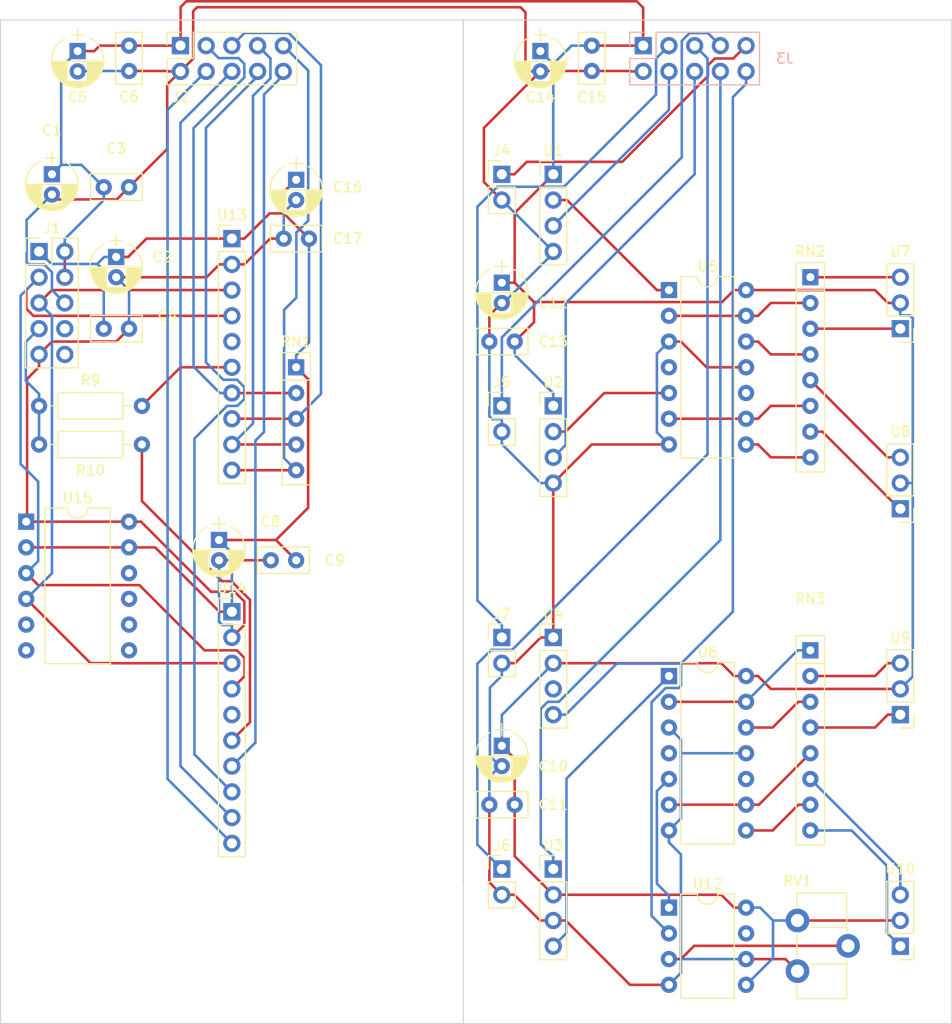
<source format=kicad_pcb>
(kicad_pcb (version 4) (host pcbnew 4.0.7)
  (layers (0 F.Cu signal) (31 B.Cu signal) (34 B.Paste user) (35 F.Paste user) (36 B.SilkS user) (37 F.SilkS user) (38 B.Mask user) (39 F.Mask user) (44 Edge.Cuts user))
  (net 0 "")
  (net 1 GND)
  (net 2 VCC)
  (net 3 "Net-(J2-Pad5)")
  (net 4 "Net-(J2-Pad7)")
  (net 5 "Net-(J2-Pad9)")
  (net 6 "Net-(J3-Pad5)")
  (net 7 "Net-(J3-Pad7)")
  (net 8 "Net-(J3-Pad9)")
  (net 9 "Net-(J3-Pad6)")
  (net 10 "Net-(J3-Pad8)")
  (net 11 "Net-(J3-Pad10)")
  (net 12 "Net-(J2-Pad10)")
  (net 13 "Net-(J2-Pad8)")
  (net 14 "Net-(J2-Pad6)")
  (net 15 "Net-(J2-Pad3)")
  (net 16 "Net-(J2-Pad4)")
  (net 17 "Net-(J3-Pad3)")
  (net 18 "Net-(J3-Pad4)")
  (net 19 +3V3)
  (net 20 GNDD)
  (net 21 "Net-(J1-Pad3)")
  (net 22 "Net-(J1-Pad5)")
  (net 23 "Net-(J1-Pad7)")
  (net 24 "Net-(J1-Pad8)")
  (net 25 "Net-(J1-Pad10)")
  (net 26 "Net-(R9-Pad1)")
  (net 27 "Net-(R10-Pad1)")
  (net 28 "Net-(RV1-Pad2)")
  (net 29 "Net-(U1-Pad2)")
  (net 30 "Net-(U2-Pad2)")
  (net 31 "Net-(U3-Pad4)")
  (net 32 "Net-(U4-Pad3)")
  (net 33 "Net-(U5-Pad10)")
  (net 34 "Net-(U5-Pad4)")
  (net 35 "Net-(U6-Pad10)")
  (net 36 "Net-(U6-Pad4)")
  (net 37 "Net-(U12-Pad1)")
  (net 38 "Net-(U12-Pad7)")
  (net 39 "Net-(U13-Pad5)")
  (net 40 "Net-(U14-Pad5)")
  (net 41 "Net-(U15-Pad7)")
  (net 42 "Net-(U15-Pad8)")
  (net 43 "Net-(U15-Pad9)")
  (net 44 "Net-(U15-Pad10)")
  (net 45 "Net-(U15-Pad5)")
  (net 46 "Net-(U15-Pad6)")
  (net 47 "Net-(RN2-Pad1)")
  (net 48 "Net-(RN2-Pad2)")
  (net 49 "Net-(RN2-Pad3)")
  (net 50 "Net-(RN2-Pad4)")
  (net 51 "Net-(RN2-Pad5)")
  (net 52 "Net-(RN2-Pad6)")
  (net 53 "Net-(RN2-Pad7)")
  (net 54 "Net-(RN2-Pad8)")
  (net 55 "Net-(RN3-Pad1)")
  (net 56 "Net-(RN3-Pad2)")
  (net 57 "Net-(RN3-Pad3)")
  (net 58 "Net-(RN3-Pad4)")
  (net 59 "Net-(RN3-Pad5)")
  (net 60 "Net-(RN3-Pad6)")
  (net 61 "Net-(RN3-Pad7)")
  (net 62 "Net-(RN3-Pad8)")
  (module Pin_Headers:Pin_Header_Straight_2x05_Pitch2.54mm (layer B.Cu) (at 166.37 53.34 270)
    (fp_text reference J3 (at 1.27 -13.97 360) (layer B.SilkS) (effects (justify mirror)))
    (fp_text value "2x5 pin")
    (pad 1 thru_hole rect (at 0 0 270) (size 1.7 1.7) (drill 1) (layers *.Cu *.Mask) (net 2 VCC))
    (pad 2 thru_hole oval (at 2.54 0 270) (size 1.7 1.7) (drill 1) (layers *.Cu *.Mask) (net 1 GND))
    (pad 3 thru_hole oval (at 0 -2.54 270) (size 1.7 1.7) (drill 1) (layers *.Cu *.Mask) (net 17 "Net-(J3-Pad3)"))
    (pad 4 thru_hole oval (at 2.54 -2.54 270) (size 1.7 1.7) (drill 1) (layers *.Cu *.Mask) (net 18 "Net-(J3-Pad4)"))
    (pad 5 thru_hole oval (at 0 -5.08 270) (size 1.7 1.7) (drill 1) (layers *.Cu *.Mask) (net 6 "Net-(J3-Pad5)"))
    (pad 6 thru_hole oval (at 2.54 -5.08 270) (size 1.7 1.7) (drill 1) (layers *.Cu *.Mask) (net 9 "Net-(J3-Pad6)"))
    (pad 7 thru_hole oval (at 0 -7.62 270) (size 1.7 1.7) (drill 1) (layers *.Cu *.Mask) (net 7 "Net-(J3-Pad7)"))
    (pad 8 thru_hole oval (at 2.54 -7.62 270) (size 1.7 1.7) (drill 1) (layers *.Cu *.Mask) (net 10 "Net-(J3-Pad8)"))
    (pad 9 thru_hole oval (at 0 -10.16 270) (size 1.7 1.7) (drill 1) (layers *.Cu *.Mask) (net 8 "Net-(J3-Pad9)"))
    (pad 10 thru_hole oval (at 2.54 -10.16 270) (size 1.7 1.7) (drill 1) (layers *.Cu *.Mask) (net 11 "Net-(J3-Pad10)"))
  )
  (module Capacitors_THT:CP_Radial_D5.0mm_P2.00mm (layer F.Cu) (at 107.95 66.04 270)
    (fp_text reference C1 (at -4.35 0 360) (layer F.SilkS))
    (fp_text value 1uF)
    (pad 1 thru_hole rect (at 0 0 270) (size 1.6 1.6) (drill 0.8) (layers *.Cu *.Mask) (net 2 VCC))
    (pad 2 thru_hole circle (at 2 0 270) (size 1.6 1.6) (drill 0.8) (layers *.Cu *.Mask) (net 1 GND))
  )
  (module Capacitors_THT:CP_Radial_D5.0mm_P2.00mm (layer F.Cu) (at 114.3 74.2 270)
    (fp_text reference C2 (at 0 -4.54 360) (layer F.SilkS))
    (fp_text value 1uF)
    (pad 1 thru_hole rect (at 0 0 270) (size 1.6 1.6) (drill 0.8) (layers *.Cu *.Mask) (net 19 +3V3))
    (pad 2 thru_hole circle (at 2 0 270) (size 1.6 1.6) (drill 0.8) (layers *.Cu *.Mask) (net 20 GNDD))
  )
  (module Capacitors_THT:C_Disc_D5.0mm_W2.5mm_P2.50mm (layer F.Cu) (at 115.57 67.31 180)
    (fp_text reference C3 (at 1.27 3.81 180) (layer F.SilkS))
    (fp_text value 0.1uF)
    (pad 1 thru_hole circle (at 0 0 180) (size 1.6 1.6) (drill 0.8) (layers *.Cu *.Mask) (net 1 GND))
    (pad 2 thru_hole circle (at 2.5 0 180) (size 1.6 1.6) (drill 0.8) (layers *.Cu *.Mask) (net 2 VCC))
  )
  (module Capacitors_THT:C_Disc_D5.0mm_W2.5mm_P2.50mm (layer F.Cu) (at 115.57 81.28 180)
    (fp_text reference C4 (at -3.81 1.27 180) (layer F.SilkS))
    (fp_text value 0.1uF)
    (pad 1 thru_hole circle (at 0 0 180) (size 1.6 1.6) (drill 0.8) (layers *.Cu *.Mask) (net 20 GNDD))
    (pad 2 thru_hole circle (at 2.5 0 180) (size 1.6 1.6) (drill 0.8) (layers *.Cu *.Mask) (net 19 +3V3))
  )
  (module Capacitors_THT:CP_Radial_D5.0mm_P2.00mm (layer F.Cu) (at 110.49 53.88 270)
    (fp_text reference C5 (at 4.54 0 360) (layer F.SilkS))
    (fp_text value 1uF)
    (pad 1 thru_hole rect (at 0 0 270) (size 1.6 1.6) (drill 0.8) (layers *.Cu *.Mask) (net 2 VCC))
    (pad 2 thru_hole circle (at 2 0 270) (size 1.6 1.6) (drill 0.8) (layers *.Cu *.Mask) (net 1 GND))
  )
  (module Capacitors_THT:C_Disc_D5.0mm_W2.5mm_P2.50mm (layer F.Cu) (at 115.57 55.84 90)
    (fp_text reference C6 (at -2.54 0 180) (layer F.SilkS))
    (fp_text value 0.1uF)
    (pad 1 thru_hole circle (at 0 0 90) (size 1.6 1.6) (drill 0.8) (layers *.Cu *.Mask) (net 1 GND))
    (pad 2 thru_hole circle (at 2.5 0 90) (size 1.6 1.6) (drill 0.8) (layers *.Cu *.Mask) (net 2 VCC))
  )
  (module Capacitors_THT:CP_Radial_D5.0mm_P2.00mm (layer F.Cu) (at 124.46 102.14 270)
    (fp_text reference C8 (at -1.81 -5.08 360) (layer F.SilkS))
    (fp_text value 1uF)
    (pad 1 thru_hole rect (at 0 0 270) (size 1.6 1.6) (drill 0.8) (layers *.Cu *.Mask) (net 19 +3V3))
    (pad 2 thru_hole circle (at 2 0 270) (size 1.6 1.6) (drill 0.8) (layers *.Cu *.Mask) (net 20 GNDD))
  )
  (module Capacitors_THT:C_Disc_D5.0mm_W2.5mm_P2.50mm (layer F.Cu) (at 129.58 104.14)
    (fp_text reference C9 (at 6.31 0) (layer F.SilkS))
    (fp_text value 0.1uF)
    (pad 1 thru_hole circle (at 0 0) (size 1.6 1.6) (drill 0.8) (layers *.Cu *.Mask) (net 20 GNDD))
    (pad 2 thru_hole circle (at 2.5 0) (size 1.6 1.6) (drill 0.8) (layers *.Cu *.Mask) (net 19 +3V3))
  )
  (module Capacitors_THT:CP_Radial_D5.0mm_P2.00mm (layer F.Cu) (at 152.4 122.46 270)
    (fp_text reference C10 (at 2 -5.08 360) (layer F.SilkS))
    (fp_text value 1uF)
    (pad 1 thru_hole rect (at 0 0 270) (size 1.6 1.6) (drill 0.8) (layers *.Cu *.Mask) (net 2 VCC))
    (pad 2 thru_hole circle (at 2 0 270) (size 1.6 1.6) (drill 0.8) (layers *.Cu *.Mask) (net 1 GND))
  )
  (module Capacitors_THT:C_Disc_D5.0mm_W2.5mm_P2.50mm (layer F.Cu) (at 151.17 128.27)
    (fp_text reference C11 (at 6.31 0) (layer F.SilkS))
    (fp_text value 0.1uF)
    (pad 1 thru_hole circle (at 0 0) (size 1.6 1.6) (drill 0.8) (layers *.Cu *.Mask) (net 1 GND))
    (pad 2 thru_hole circle (at 2.5 0) (size 1.6 1.6) (drill 0.8) (layers *.Cu *.Mask) (net 2 VCC))
  )
  (module Capacitors_THT:CP_Radial_D5.0mm_P2.00mm (layer F.Cu) (at 152.4 76.74 270)
    (fp_text reference C12 (at 2 -5.08 540) (layer F.SilkS))
    (fp_text value 1uF)
    (pad 1 thru_hole rect (at 0 0 270) (size 1.6 1.6) (drill 0.8) (layers *.Cu *.Mask) (net 2 VCC))
    (pad 2 thru_hole circle (at 2 0 270) (size 1.6 1.6) (drill 0.8) (layers *.Cu *.Mask) (net 1 GND))
  )
  (module Capacitors_THT:C_Disc_D5.0mm_W2.5mm_P2.50mm (layer F.Cu) (at 151.17 82.55)
    (fp_text reference C13 (at 6.31 0) (layer F.SilkS))
    (fp_text value 0.1uF)
    (pad 1 thru_hole circle (at 0 0) (size 1.6 1.6) (drill 0.8) (layers *.Cu *.Mask) (net 1 GND))
    (pad 2 thru_hole circle (at 2.5 0) (size 1.6 1.6) (drill 0.8) (layers *.Cu *.Mask) (net 2 VCC))
  )
  (module Capacitors_THT:CP_Radial_D5.0mm_P2.00mm (layer F.Cu) (at 156.21 53.88 270)
    (fp_text reference C14 (at 4.540001 0 360) (layer F.SilkS))
    (fp_text value 1uF)
    (pad 1 thru_hole rect (at 0 0 270) (size 1.6 1.6) (drill 0.8) (layers *.Cu *.Mask) (net 2 VCC))
    (pad 2 thru_hole circle (at 2 0 270) (size 1.6 1.6) (drill 0.8) (layers *.Cu *.Mask) (net 1 GND))
  )
  (module Capacitors_THT:C_Disc_D5.0mm_W2.5mm_P2.50mm (layer F.Cu) (at 161.29 55.84 90)
    (fp_text reference C15 (at -2.58 0 180) (layer F.SilkS))
    (fp_text value 0.1uF)
    (pad 1 thru_hole circle (at 0 0 90) (size 1.6 1.6) (drill 0.8) (layers *.Cu *.Mask) (net 1 GND))
    (pad 2 thru_hole circle (at 2.5 0 90) (size 1.6 1.6) (drill 0.8) (layers *.Cu *.Mask) (net 2 VCC))
  )
  (module Capacitors_THT:CP_Radial_D5.0mm_P2.00mm (layer F.Cu) (at 132.08 66.58 270)
    (fp_text reference C16 (at 0.73 -5.08 360) (layer F.SilkS))
    (fp_text value 1uF)
    (pad 1 thru_hole rect (at 0 0 270) (size 1.6 1.6) (drill 0.8) (layers *.Cu *.Mask) (net 19 +3V3))
    (pad 2 thru_hole circle (at 2 0 270) (size 1.6 1.6) (drill 0.8) (layers *.Cu *.Mask) (net 20 GNDD))
  )
  (module Capacitors_THT:C_Disc_D5.0mm_W2.5mm_P2.50mm (layer F.Cu) (at 130.85 72.39)
    (fp_text reference C17 (at 6.31 0) (layer F.SilkS))
    (fp_text value 0.1uF)
    (pad 1 thru_hole circle (at 0 0) (size 1.6 1.6) (drill 0.8) (layers *.Cu *.Mask) (net 20 GNDD))
    (pad 2 thru_hole circle (at 2.5 0) (size 1.6 1.6) (drill 0.8) (layers *.Cu *.Mask) (net 19 +3V3))
  )
  (module Pin_Headers:Pin_Header_Straight_2x05_Pitch2.54mm (layer F.Cu) (at 106.68 73.66)
    (fp_text reference J1 (at 1.27 -2.33) (layer F.SilkS))
    (fp_text value "2x5 pin")
    (pad 1 thru_hole rect (at 0 0) (size 1.7 1.7) (drill 1) (layers *.Cu *.Mask) (net 19 +3V3))
    (pad 2 thru_hole oval (at 2.54 0) (size 1.7 1.7) (drill 1) (layers *.Cu *.Mask) (net 2 VCC))
    (pad 3 thru_hole oval (at 0 2.54) (size 1.7 1.7) (drill 1) (layers *.Cu *.Mask) (net 21 "Net-(J1-Pad3)"))
    (pad 4 thru_hole oval (at 2.54 2.54) (size 1.7 1.7) (drill 1) (layers *.Cu *.Mask) (net 2 VCC))
    (pad 5 thru_hole oval (at 0 5.08) (size 1.7 1.7) (drill 1) (layers *.Cu *.Mask) (net 22 "Net-(J1-Pad5)"))
    (pad 6 thru_hole oval (at 2.54 5.08) (size 1.7 1.7) (drill 1) (layers *.Cu *.Mask) (net 1 GND))
    (pad 7 thru_hole oval (at 0 7.62) (size 1.7 1.7) (drill 1) (layers *.Cu *.Mask) (net 23 "Net-(J1-Pad7)"))
    (pad 8 thru_hole oval (at 2.54 7.62) (size 1.7 1.7) (drill 1) (layers *.Cu *.Mask) (net 24 "Net-(J1-Pad8)"))
    (pad 9 thru_hole oval (at 0 10.16) (size 1.7 1.7) (drill 1) (layers *.Cu *.Mask) (net 20 GNDD))
    (pad 10 thru_hole oval (at 2.54 10.16) (size 1.7 1.7) (drill 1) (layers *.Cu *.Mask) (net 25 "Net-(J1-Pad10)"))
  )
  (module Pin_Headers:Pin_Header_Straight_1x02_Pitch2.54mm (layer F.Cu) (at 152.4 66.04)
    (fp_text reference J4 (at 0 -2.33) (layer F.SilkS))
    (fp_text value 1x2)
    (pad 1 thru_hole rect (at 0 0) (size 1.7 1.7) (drill 1) (layers *.Cu *.Mask) (net 8 "Net-(J3-Pad9)"))
    (pad 2 thru_hole oval (at 0 2.54) (size 1.7 1.7) (drill 1) (layers *.Cu *.Mask) (net 1 GND))
  )
  (module Pin_Headers:Pin_Header_Straight_1x02_Pitch2.54mm (layer F.Cu) (at 152.4 88.9)
    (fp_text reference J5 (at 0 -2.33) (layer F.SilkS))
    (fp_text value 1x2)
    (pad 1 thru_hole rect (at 0 0) (size 1.7 1.7) (drill 1) (layers *.Cu *.Mask) (net 7 "Net-(J3-Pad7)"))
    (pad 2 thru_hole oval (at 0 2.54) (size 1.7 1.7) (drill 1) (layers *.Cu *.Mask) (net 1 GND))
  )
  (module Pin_Headers:Pin_Header_Straight_1x02_Pitch2.54mm (layer F.Cu) (at 152.4 134.62)
    (fp_text reference J6 (at 0 -2.33) (layer F.SilkS))
    (fp_text value 1x2)
    (pad 1 thru_hole rect (at 0 0) (size 1.7 1.7) (drill 1) (layers *.Cu *.Mask) (net 6 "Net-(J3-Pad5)"))
    (pad 2 thru_hole oval (at 0 2.54) (size 1.7 1.7) (drill 1) (layers *.Cu *.Mask) (net 1 GND))
  )
  (module Pin_Headers:Pin_Header_Straight_1x02_Pitch2.54mm (layer F.Cu) (at 152.4 111.76)
    (fp_text reference J7 (at 0 -2.33) (layer F.SilkS))
    (fp_text value 1x2)
    (pad 1 thru_hole rect (at 0 0) (size 1.7 1.7) (drill 1) (layers *.Cu *.Mask) (net 17 "Net-(J3-Pad3)"))
    (pad 2 thru_hole oval (at 0 2.54) (size 1.7 1.7) (drill 1) (layers *.Cu *.Mask) (net 1 GND))
  )
  (module Resistors_THT:R_Axial_DIN0207_L6.3mm_D2.5mm_P10.16mm_Horizontal (layer F.Cu) (at 116.84 88.9 180)
    (fp_text reference R9 (at 5.08 2.54 360) (layer F.SilkS))
    (fp_text value 4.7k)
    (pad 1 thru_hole circle (at 0 0 180) (size 1.6 1.6) (drill 0.8) (layers *.Cu *.Mask) (net 26 "Net-(R9-Pad1)"))
    (pad 2 thru_hole oval (at 10.16 0 180) (size 1.6 1.6) (drill 0.8) (layers *.Cu *.Mask) (net 23 "Net-(J1-Pad7)"))
  )
  (module Resistors_THT:R_Axial_DIN0207_L6.3mm_D2.5mm_P10.16mm_Horizontal (layer F.Cu) (at 116.84 92.71 180)
    (fp_text reference R10 (at 5.08 -2.54 360) (layer F.SilkS))
    (fp_text value 4.7k)
    (pad 1 thru_hole circle (at 0 0 180) (size 1.6 1.6) (drill 0.8) (layers *.Cu *.Mask) (net 27 "Net-(R10-Pad1)"))
    (pad 2 thru_hole oval (at 10.16 0 180) (size 1.6 1.6) (drill 0.8) (layers *.Cu *.Mask) (net 23 "Net-(J1-Pad7)"))
  )
  (module Resistors_THT:R_Array_SIP5 (layer F.Cu) (at 132.08 85.09 270)
    (fp_text reference RN1 (at -2.54 0 360) (layer F.SilkS))
    (fp_text value 4x100K)
    (pad 1 thru_hole rect (at 0 0 270) (size 1.6 1.6) (drill 0.8) (layers *.Cu *.Mask) (net 19 +3V3))
    (pad 2 thru_hole oval (at 2.54 0 270) (size 1.6 1.6) (drill 0.8) (layers *.Cu *.Mask) (net 15 "Net-(J2-Pad3)"))
    (pad 3 thru_hole oval (at 5.08 0 270) (size 1.6 1.6) (drill 0.8) (layers *.Cu *.Mask) (net 3 "Net-(J2-Pad5)"))
    (pad 4 thru_hole oval (at 7.62 0 270) (size 1.6 1.6) (drill 0.8) (layers *.Cu *.Mask) (net 4 "Net-(J2-Pad7)"))
    (pad 5 thru_hole oval (at 10.16 0 270) (size 1.6 1.6) (drill 0.8) (layers *.Cu *.Mask) (net 5 "Net-(J2-Pad9)"))
  )
  (module Potentiometers:Potentiometer_Trimmer_Piher_PT-10h5_Vertical_Px5.0mm_Py5.0mm (layer F.Cu) (at 181.61 139.7)
    (fp_text reference RV1 (at 0 -3.9) (layer F.SilkS))
    (fp_text value 10K)
    (pad 3 thru_hole circle (at 0 5) (size 2.34 2.34) (drill 1.3) (layers *.Cu *.Mask) (net 1 GND))
    (pad 2 thru_hole circle (at 5 2.5) (size 2.34 2.34) (drill 1.3) (layers *.Cu *.Mask) (net 28 "Net-(RV1-Pad2)"))
    (pad 1 thru_hole circle (at 0 0) (size 2.34 2.34) (drill 1.3) (layers *.Cu *.Mask) (net 2 VCC))
  )
  (module Socket_Strips:Socket_Strip_Straight_1x04_Pitch2.54mm (layer F.Cu) (at 157.48 66.04)
    (fp_text reference U1 (at 0 -2.33) (layer F.SilkS))
    (fp_text value MQ-8)
    (pad 1 thru_hole rect (at 0 0) (size 1.7 1.7) (drill 1) (layers *.Cu *.Mask) (net 2 VCC))
    (pad 2 thru_hole oval (at 0 2.54) (size 1.7 1.7) (drill 1) (layers *.Cu *.Mask) (net 29 "Net-(U1-Pad2)"))
    (pad 3 thru_hole oval (at 0 5.08) (size 1.7 1.7) (drill 1) (layers *.Cu *.Mask) (net 18 "Net-(J3-Pad4)"))
    (pad 4 thru_hole oval (at 0 7.62) (size 1.7 1.7) (drill 1) (layers *.Cu *.Mask) (net 1 GND))
  )
  (module Socket_Strips:Socket_Strip_Straight_1x04_Pitch2.54mm (layer F.Cu) (at 157.48 88.9)
    (fp_text reference U2 (at 0 -2.33) (layer F.SilkS))
    (fp_text value MQ-4)
    (pad 1 thru_hole rect (at 0 0) (size 1.7 1.7) (drill 1) (layers *.Cu *.Mask) (net 2 VCC))
    (pad 2 thru_hole oval (at 0 2.54) (size 1.7 1.7) (drill 1) (layers *.Cu *.Mask) (net 30 "Net-(U2-Pad2)"))
    (pad 3 thru_hole oval (at 0 5.08) (size 1.7 1.7) (drill 1) (layers *.Cu *.Mask) (net 9 "Net-(J3-Pad6)"))
    (pad 4 thru_hole oval (at 0 7.62) (size 1.7 1.7) (drill 1) (layers *.Cu *.Mask) (net 1 GND))
  )
  (module Socket_Strips:Socket_Strip_Straight_1x04_Pitch2.54mm (layer F.Cu) (at 157.48 134.62)
    (fp_text reference U3 (at 0 -2.33) (layer F.SilkS))
    (fp_text value CO2)
    (pad 1 thru_hole rect (at 0 0) (size 1.7 1.7) (drill 1) (layers *.Cu *.Mask) (net 10 "Net-(J3-Pad8)"))
    (pad 2 thru_hole oval (at 0 2.54) (size 1.7 1.7) (drill 1) (layers *.Cu *.Mask) (net 2 VCC))
    (pad 3 thru_hole oval (at 0 5.08) (size 1.7 1.7) (drill 1) (layers *.Cu *.Mask) (net 1 GND))
    (pad 4 thru_hole oval (at 0 7.62) (size 1.7 1.7) (drill 1) (layers *.Cu *.Mask) (net 31 "Net-(U3-Pad4)"))
  )
  (module Socket_Strips:Socket_Strip_Straight_1x04_Pitch2.54mm (layer F.Cu) (at 157.48 111.76)
    (fp_text reference U4 (at 0 -2.33) (layer F.SilkS))
    (fp_text value O2)
    (pad 1 thru_hole rect (at 0 0) (size 1.7 1.7) (drill 1) (layers *.Cu *.Mask) (net 1 GND))
    (pad 2 thru_hole oval (at 0 2.54) (size 1.7 1.7) (drill 1) (layers *.Cu *.Mask) (net 2 VCC))
    (pad 3 thru_hole oval (at 0 5.08) (size 1.7 1.7) (drill 1) (layers *.Cu *.Mask) (net 32 "Net-(U4-Pad3)"))
    (pad 4 thru_hole oval (at 0 7.62) (size 1.7 1.7) (drill 1) (layers *.Cu *.Mask) (net 11 "Net-(J3-Pad10)"))
  )
  (module Housings_DIP:DIP-14_W7.62mm (layer F.Cu) (at 168.91 77.47)
    (fp_text reference U5 (at 3.81 -2.33) (layer F.SilkS))
    (fp_text value 7407)
    (pad 1 thru_hole rect (at 0 0) (size 1.6 1.6) (drill 0.8) (layers *.Cu *.Mask) (net 29 "Net-(U1-Pad2)"))
    (pad 8 thru_hole oval (at 7.62 15.24) (size 1.6 1.6) (drill 0.8) (layers *.Cu *.Mask) (net 54 "Net-(RN2-Pad8)"))
    (pad 2 thru_hole oval (at 0 2.54) (size 1.6 1.6) (drill 0.8) (layers *.Cu *.Mask) (net 48 "Net-(RN2-Pad2)"))
    (pad 9 thru_hole oval (at 7.62 12.7) (size 1.6 1.6) (drill 0.8) (layers *.Cu *.Mask) (net 52 "Net-(RN2-Pad6)"))
    (pad 3 thru_hole oval (at 0 5.08) (size 1.6 1.6) (drill 0.8) (layers *.Cu *.Mask) (net 1 GND))
    (pad 10 thru_hole oval (at 7.62 10.16) (size 1.6 1.6) (drill 0.8) (layers *.Cu *.Mask) (net 33 "Net-(U5-Pad10)"))
    (pad 4 thru_hole oval (at 0 7.62) (size 1.6 1.6) (drill 0.8) (layers *.Cu *.Mask) (net 34 "Net-(U5-Pad4)"))
    (pad 11 thru_hole oval (at 7.62 7.62) (size 1.6 1.6) (drill 0.8) (layers *.Cu *.Mask) (net 1 GND))
    (pad 5 thru_hole oval (at 0 10.16) (size 1.6 1.6) (drill 0.8) (layers *.Cu *.Mask) (net 30 "Net-(U2-Pad2)"))
    (pad 12 thru_hole oval (at 7.62 5.08) (size 1.6 1.6) (drill 0.8) (layers *.Cu *.Mask) (net 50 "Net-(RN2-Pad4)"))
    (pad 6 thru_hole oval (at 0 12.7) (size 1.6 1.6) (drill 0.8) (layers *.Cu *.Mask) (net 52 "Net-(RN2-Pad6)"))
    (pad 13 thru_hole oval (at 7.62 2.54) (size 1.6 1.6) (drill 0.8) (layers *.Cu *.Mask) (net 48 "Net-(RN2-Pad2)"))
    (pad 7 thru_hole oval (at 0 15.24) (size 1.6 1.6) (drill 0.8) (layers *.Cu *.Mask) (net 1 GND))
    (pad 14 thru_hole oval (at 7.62 0) (size 1.6 1.6) (drill 0.8) (layers *.Cu *.Mask) (net 2 VCC))
  )
  (module Housings_DIP:DIP-14_W7.62mm (layer F.Cu) (at 168.91 115.57)
    (fp_text reference U6 (at 3.81 -2.33) (layer F.SilkS))
    (fp_text value 7407)
    (pad 1 thru_hole rect (at 0 0) (size 1.6 1.6) (drill 0.8) (layers *.Cu *.Mask) (net 31 "Net-(U3-Pad4)"))
    (pad 8 thru_hole oval (at 7.62 15.24) (size 1.6 1.6) (drill 0.8) (layers *.Cu *.Mask) (net 61 "Net-(RN3-Pad7)"))
    (pad 2 thru_hole oval (at 0 2.54) (size 1.6 1.6) (drill 0.8) (layers *.Cu *.Mask) (net 55 "Net-(RN3-Pad1)"))
    (pad 9 thru_hole oval (at 7.62 12.7) (size 1.6 1.6) (drill 0.8) (layers *.Cu *.Mask) (net 59 "Net-(RN3-Pad5)"))
    (pad 3 thru_hole oval (at 0 5.08) (size 1.6 1.6) (drill 0.8) (layers *.Cu *.Mask) (net 1 GND))
    (pad 10 thru_hole oval (at 7.62 10.16) (size 1.6 1.6) (drill 0.8) (layers *.Cu *.Mask) (net 35 "Net-(U6-Pad10)"))
    (pad 4 thru_hole oval (at 0 7.62) (size 1.6 1.6) (drill 0.8) (layers *.Cu *.Mask) (net 36 "Net-(U6-Pad4)"))
    (pad 11 thru_hole oval (at 7.62 7.62) (size 1.6 1.6) (drill 0.8) (layers *.Cu *.Mask) (net 1 GND))
    (pad 5 thru_hole oval (at 0 10.16) (size 1.6 1.6) (drill 0.8) (layers *.Cu *.Mask) (net 37 "Net-(U12-Pad1)"))
    (pad 12 thru_hole oval (at 7.62 5.08) (size 1.6 1.6) (drill 0.8) (layers *.Cu *.Mask) (net 57 "Net-(RN3-Pad3)"))
    (pad 6 thru_hole oval (at 0 12.7) (size 1.6 1.6) (drill 0.8) (layers *.Cu *.Mask) (net 59 "Net-(RN3-Pad5)"))
    (pad 13 thru_hole oval (at 7.62 2.54) (size 1.6 1.6) (drill 0.8) (layers *.Cu *.Mask) (net 55 "Net-(RN3-Pad1)"))
    (pad 7 thru_hole oval (at 0 15.24) (size 1.6 1.6) (drill 0.8) (layers *.Cu *.Mask) (net 1 GND))
    (pad 14 thru_hole oval (at 7.62 0) (size 1.6 1.6) (drill 0.8) (layers *.Cu *.Mask) (net 2 VCC))
  )
  (module Socket_Strips:Socket_Strip_Straight_1x03_Pitch2.54mm (layer F.Cu) (at 191.77 99.06 180)
    (fp_text reference U8 (at 0 7.62 180) (layer F.SilkS))
    (fp_text value "RG LED")
    (pad 1 thru_hole rect (at 0 0 180) (size 1.7 1.7) (drill 1) (layers *.Cu *.Mask) (net 53 "Net-(RN2-Pad7)"))
    (pad 2 thru_hole oval (at 0 2.54 180) (size 1.7 1.7) (drill 1) (layers *.Cu *.Mask) (net 2 VCC))
    (pad 3 thru_hole oval (at 0 5.08 180) (size 1.7 1.7) (drill 1) (layers *.Cu *.Mask) (net 51 "Net-(RN2-Pad5)"))
  )
  (module Socket_Strips:Socket_Strip_Straight_1x03_Pitch2.54mm (layer F.Cu) (at 191.77 119.38 180)
    (fp_text reference U9 (at 0 7.62 180) (layer F.SilkS))
    (fp_text value "RG LED")
    (pad 1 thru_hole rect (at 0 0 180) (size 1.7 1.7) (drill 1) (layers *.Cu *.Mask) (net 58 "Net-(RN3-Pad4)"))
    (pad 2 thru_hole oval (at 0 2.54 180) (size 1.7 1.7) (drill 1) (layers *.Cu *.Mask) (net 2 VCC))
    (pad 3 thru_hole oval (at 0 5.08 180) (size 1.7 1.7) (drill 1) (layers *.Cu *.Mask) (net 56 "Net-(RN3-Pad2)"))
  )
  (module Socket_Strips:Socket_Strip_Straight_1x03_Pitch2.54mm (layer F.Cu) (at 191.77 142.24 180)
    (fp_text reference U10 (at 0 7.62 180) (layer F.SilkS))
    (fp_text value "RG LED")
    (pad 1 thru_hole rect (at 0 0 180) (size 1.7 1.7) (drill 1) (layers *.Cu *.Mask) (net 62 "Net-(RN3-Pad8)"))
    (pad 2 thru_hole oval (at 0 2.54 180) (size 1.7 1.7) (drill 1) (layers *.Cu *.Mask) (net 2 VCC))
    (pad 3 thru_hole oval (at 0 5.08 180) (size 1.7 1.7) (drill 1) (layers *.Cu *.Mask) (net 60 "Net-(RN3-Pad6)"))
  )
  (module Housings_DIP:DIP-8_W7.62mm (layer F.Cu) (at 168.91 138.43)
    (fp_text reference U12 (at 3.81 -2.33) (layer F.SilkS))
    (fp_text value LM393)
    (pad 1 thru_hole rect (at 0 0) (size 1.6 1.6) (drill 0.8) (layers *.Cu *.Mask) (net 37 "Net-(U12-Pad1)"))
    (pad 5 thru_hole oval (at 7.62 7.62) (size 1.6 1.6) (drill 0.8) (layers *.Cu *.Mask) (net 2 VCC))
    (pad 2 thru_hole oval (at 0 2.54) (size 1.6 1.6) (drill 0.8) (layers *.Cu *.Mask) (net 11 "Net-(J3-Pad10)"))
    (pad 6 thru_hole oval (at 7.62 5.08) (size 1.6 1.6) (drill 0.8) (layers *.Cu *.Mask) (net 1 GND))
    (pad 3 thru_hole oval (at 0 5.08) (size 1.6 1.6) (drill 0.8) (layers *.Cu *.Mask) (net 28 "Net-(RV1-Pad2)"))
    (pad 7 thru_hole oval (at 7.62 2.54) (size 1.6 1.6) (drill 0.8) (layers *.Cu *.Mask) (net 38 "Net-(U12-Pad7)"))
    (pad 4 thru_hole oval (at 0 7.62) (size 1.6 1.6) (drill 0.8) (layers *.Cu *.Mask) (net 1 GND))
    (pad 8 thru_hole oval (at 7.62 0) (size 1.6 1.6) (drill 0.8) (layers *.Cu *.Mask) (net 2 VCC))
  )
  (module Socket_Strips:Socket_Strip_Straight_1x10_Pitch2.54mm (layer F.Cu) (at 125.73 72.39)
    (fp_text reference U13 (at 0 -2.33) (layer F.SilkS))
    (fp_text value ads1x15)
    (pad 1 thru_hole rect (at 0 0) (size 1.7 1.7) (drill 1) (layers *.Cu *.Mask) (net 19 +3V3))
    (pad 2 thru_hole oval (at 0 2.54) (size 1.7 1.7) (drill 1) (layers *.Cu *.Mask) (net 20 GNDD))
    (pad 3 thru_hole oval (at 0 5.08) (size 1.7 1.7) (drill 1) (layers *.Cu *.Mask) (net 22 "Net-(J1-Pad5)"))
    (pad 4 thru_hole oval (at 0 7.62) (size 1.7 1.7) (drill 1) (layers *.Cu *.Mask) (net 21 "Net-(J1-Pad3)"))
    (pad 5 thru_hole oval (at 0 10.16) (size 1.7 1.7) (drill 1) (layers *.Cu *.Mask) (net 39 "Net-(U13-Pad5)"))
    (pad 6 thru_hole oval (at 0 12.7) (size 1.7 1.7) (drill 1) (layers *.Cu *.Mask) (net 26 "Net-(R9-Pad1)"))
    (pad 7 thru_hole oval (at 0 15.24) (size 1.7 1.7) (drill 1) (layers *.Cu *.Mask) (net 15 "Net-(J2-Pad3)"))
    (pad 8 thru_hole oval (at 0 17.78) (size 1.7 1.7) (drill 1) (layers *.Cu *.Mask) (net 3 "Net-(J2-Pad5)"))
    (pad 9 thru_hole oval (at 0 20.32) (size 1.7 1.7) (drill 1) (layers *.Cu *.Mask) (net 4 "Net-(J2-Pad7)"))
    (pad 10 thru_hole oval (at 0 22.86) (size 1.7 1.7) (drill 1) (layers *.Cu *.Mask) (net 5 "Net-(J2-Pad9)"))
  )
  (module Socket_Strips:Socket_Strip_Straight_1x10_Pitch2.54mm (layer F.Cu) (at 125.73 109.22)
    (fp_text reference U14 (at 0 -2.33) (layer F.SilkS))
    (fp_text value ads1x15)
    (pad 1 thru_hole rect (at 0 0) (size 1.7 1.7) (drill 1) (layers *.Cu *.Mask) (net 19 +3V3))
    (pad 2 thru_hole oval (at 0 2.54) (size 1.7 1.7) (drill 1) (layers *.Cu *.Mask) (net 20 GNDD))
    (pad 3 thru_hole oval (at 0 5.08) (size 1.7 1.7) (drill 1) (layers *.Cu *.Mask) (net 22 "Net-(J1-Pad5)"))
    (pad 4 thru_hole oval (at 0 7.62) (size 1.7 1.7) (drill 1) (layers *.Cu *.Mask) (net 21 "Net-(J1-Pad3)"))
    (pad 5 thru_hole oval (at 0 10.16) (size 1.7 1.7) (drill 1) (layers *.Cu *.Mask) (net 40 "Net-(U14-Pad5)"))
    (pad 6 thru_hole oval (at 0 12.7) (size 1.7 1.7) (drill 1) (layers *.Cu *.Mask) (net 27 "Net-(R10-Pad1)"))
    (pad 7 thru_hole oval (at 0 15.24) (size 1.7 1.7) (drill 1) (layers *.Cu *.Mask) (net 12 "Net-(J2-Pad10)"))
    (pad 8 thru_hole oval (at 0 17.78) (size 1.7 1.7) (drill 1) (layers *.Cu *.Mask) (net 13 "Net-(J2-Pad8)"))
    (pad 9 thru_hole oval (at 0 20.32) (size 1.7 1.7) (drill 1) (layers *.Cu *.Mask) (net 14 "Net-(J2-Pad6)"))
    (pad 10 thru_hole oval (at 0 22.86) (size 1.7 1.7) (drill 1) (layers *.Cu *.Mask) (net 16 "Net-(J2-Pad4)"))
  )
  (module Housings_DIP:DIP-12_W10.16mm (layer F.Cu) (at 105.41 100.33)
    (fp_text reference U15 (at 5.08 -2.33) (layer F.SilkS))
    (fp_text value BME280)
    (pad 1 thru_hole rect (at 0 0) (size 1.6 1.6) (drill 0.8) (layers *.Cu *.Mask) (net 20 GNDD))
    (pad 7 thru_hole oval (at 10.16 12.7) (size 1.6 1.6) (drill 0.8) (layers *.Cu *.Mask) (net 41 "Net-(U15-Pad7)"))
    (pad 2 thru_hole oval (at 0 2.54) (size 1.6 1.6) (drill 0.8) (layers *.Cu *.Mask) (net 19 +3V3))
    (pad 8 thru_hole oval (at 10.16 10.16) (size 1.6 1.6) (drill 0.8) (layers *.Cu *.Mask) (net 42 "Net-(U15-Pad8)"))
    (pad 3 thru_hole oval (at 0 5.08) (size 1.6 1.6) (drill 0.8) (layers *.Cu *.Mask) (net 21 "Net-(J1-Pad3)"))
    (pad 9 thru_hole oval (at 10.16 7.62) (size 1.6 1.6) (drill 0.8) (layers *.Cu *.Mask) (net 43 "Net-(U15-Pad9)"))
    (pad 4 thru_hole oval (at 0 7.62) (size 1.6 1.6) (drill 0.8) (layers *.Cu *.Mask) (net 22 "Net-(J1-Pad5)"))
    (pad 10 thru_hole oval (at 10.16 5.08) (size 1.6 1.6) (drill 0.8) (layers *.Cu *.Mask) (net 44 "Net-(U15-Pad10)"))
    (pad 5 thru_hole oval (at 0 10.16) (size 1.6 1.6) (drill 0.8) (layers *.Cu *.Mask) (net 45 "Net-(U15-Pad5)"))
    (pad 11 thru_hole oval (at 10.16 2.54) (size 1.6 1.6) (drill 0.8) (layers *.Cu *.Mask) (net 19 +3V3))
    (pad 6 thru_hole oval (at 0 12.7) (size 1.6 1.6) (drill 0.8) (layers *.Cu *.Mask) (net 46 "Net-(U15-Pad6)"))
    (pad 12 thru_hole oval (at 10.16 0) (size 1.6 1.6) (drill 0.8) (layers *.Cu *.Mask) (net 20 GNDD))
  )
  (module Socket_Strips:Socket_Strip_Straight_2x05_Pitch2.54mm (layer F.Cu) (at 120.65 53.34 90)
    (fp_text reference J2 (at -5.08 0 180) (layer F.SilkS))
    (fp_text value "2x5 socket")
    (pad 1 thru_hole rect (at 0 0 90) (size 1.7 1.7) (drill 1) (layers *.Cu *.Mask) (net 2 VCC))
    (pad 2 thru_hole oval (at -2.54 0 90) (size 1.7 1.7) (drill 1) (layers *.Cu *.Mask) (net 1 GND))
    (pad 3 thru_hole oval (at 0 2.54 90) (size 1.7 1.7) (drill 1) (layers *.Cu *.Mask) (net 15 "Net-(J2-Pad3)"))
    (pad 4 thru_hole oval (at -2.54 2.54 90) (size 1.7 1.7) (drill 1) (layers *.Cu *.Mask) (net 16 "Net-(J2-Pad4)"))
    (pad 5 thru_hole oval (at 0 5.08 90) (size 1.7 1.7) (drill 1) (layers *.Cu *.Mask) (net 3 "Net-(J2-Pad5)"))
    (pad 6 thru_hole oval (at -2.54 5.08 90) (size 1.7 1.7) (drill 1) (layers *.Cu *.Mask) (net 14 "Net-(J2-Pad6)"))
    (pad 7 thru_hole oval (at 0 7.62 90) (size 1.7 1.7) (drill 1) (layers *.Cu *.Mask) (net 4 "Net-(J2-Pad7)"))
    (pad 8 thru_hole oval (at -2.54 7.62 90) (size 1.7 1.7) (drill 1) (layers *.Cu *.Mask) (net 13 "Net-(J2-Pad8)"))
    (pad 9 thru_hole oval (at 0 10.16 90) (size 1.7 1.7) (drill 1) (layers *.Cu *.Mask) (net 5 "Net-(J2-Pad9)"))
    (pad 10 thru_hole oval (at -2.54 10.16 90) (size 1.7 1.7) (drill 1) (layers *.Cu *.Mask) (net 12 "Net-(J2-Pad10)"))
  )
  (module Resistors_THT:R_Array_SIP8 (layer F.Cu) (at 182.88 76.2 270)
    (fp_text reference RN2 (at -2.54 0 360) (layer F.SilkS))
    (fp_text value 4x150)
    (pad 1 thru_hole rect (at 0 0 270) (size 1.6 1.6) (drill 0.8) (layers *.Cu *.Mask) (net 47 "Net-(RN2-Pad1)"))
    (pad 2 thru_hole oval (at 2.54 0 270) (size 1.6 1.6) (drill 0.8) (layers *.Cu *.Mask) (net 48 "Net-(RN2-Pad2)"))
    (pad 3 thru_hole oval (at 5.08 0 270) (size 1.6 1.6) (drill 0.8) (layers *.Cu *.Mask) (net 49 "Net-(RN2-Pad3)"))
    (pad 4 thru_hole oval (at 7.62 0 270) (size 1.6 1.6) (drill 0.8) (layers *.Cu *.Mask) (net 50 "Net-(RN2-Pad4)"))
    (pad 5 thru_hole oval (at 10.16 0 270) (size 1.6 1.6) (drill 0.8) (layers *.Cu *.Mask) (net 51 "Net-(RN2-Pad5)"))
    (pad 6 thru_hole oval (at 12.7 0 270) (size 1.6 1.6) (drill 0.8) (layers *.Cu *.Mask) (net 52 "Net-(RN2-Pad6)"))
    (pad 7 thru_hole oval (at 15.24 0 270) (size 1.6 1.6) (drill 0.8) (layers *.Cu *.Mask) (net 53 "Net-(RN2-Pad7)"))
    (pad 8 thru_hole oval (at 17.78 0 270) (size 1.6 1.6) (drill 0.8) (layers *.Cu *.Mask) (net 54 "Net-(RN2-Pad8)"))
  )
  (module Resistors_THT:R_Array_SIP8 (layer F.Cu) (at 182.88 113.03 270)
    (fp_text reference RN3 (at -5.08 0 360) (layer F.SilkS))
    (fp_text value 4x180)
    (pad 1 thru_hole rect (at 0 0 270) (size 1.6 1.6) (drill 0.8) (layers *.Cu *.Mask) (net 55 "Net-(RN3-Pad1)"))
    (pad 2 thru_hole oval (at 2.54 0 270) (size 1.6 1.6) (drill 0.8) (layers *.Cu *.Mask) (net 56 "Net-(RN3-Pad2)"))
    (pad 3 thru_hole oval (at 5.08 0 270) (size 1.6 1.6) (drill 0.8) (layers *.Cu *.Mask) (net 57 "Net-(RN3-Pad3)"))
    (pad 4 thru_hole oval (at 7.62 0 270) (size 1.6 1.6) (drill 0.8) (layers *.Cu *.Mask) (net 58 "Net-(RN3-Pad4)"))
    (pad 5 thru_hole oval (at 10.16 0 270) (size 1.6 1.6) (drill 0.8) (layers *.Cu *.Mask) (net 59 "Net-(RN3-Pad5)"))
    (pad 6 thru_hole oval (at 12.7 0 270) (size 1.6 1.6) (drill 0.8) (layers *.Cu *.Mask) (net 60 "Net-(RN3-Pad6)"))
    (pad 7 thru_hole oval (at 15.24 0 270) (size 1.6 1.6) (drill 0.8) (layers *.Cu *.Mask) (net 61 "Net-(RN3-Pad7)"))
    (pad 8 thru_hole oval (at 17.78 0 270) (size 1.6 1.6) (drill 0.8) (layers *.Cu *.Mask) (net 62 "Net-(RN3-Pad8)"))
  )
  (module Pin_Headers:Pin_Header_Straight_1x03_Pitch2.54mm (layer F.Cu) (at 191.77 81.28 180)
    (fp_text reference U7 (at 0 7.62 180) (layer F.SilkS))
    (fp_text value "RG LED")
    (pad 1 thru_hole rect (at 0 0 180) (size 1.7 1.7) (drill 1) (layers *.Cu *.Mask) (net 49 "Net-(RN2-Pad3)"))
    (pad 2 thru_hole oval (at 0 2.54 180) (size 1.7 1.7) (drill 1) (layers *.Cu *.Mask) (net 2 VCC))
    (pad 3 thru_hole oval (at 0 5.08 180) (size 1.7 1.7) (drill 1) (layers *.Cu *.Mask) (net 47 "Net-(RN2-Pad1)"))
  )
  (gr_line (start 102.87 64.77) (end 102.87 50.8) (layer Edge.Cuts) (width 0.1))
  (gr_line (start 148.59 135.89) (end 148.59 50.8) (layer Edge.Cuts) (width 0.1))
  (gr_line (start 102.87 149.86) (end 148.59 149.86) (layer Edge.Cuts) (width 0.1))
  (gr_line (start 102.87 64.77) (end 102.87 149.86) (layer Edge.Cuts) (width 0.1))
  (gr_line (start 148.59 50.8) (end 102.87 50.8) (layer Edge.Cuts) (width 0.1))
  (gr_line (start 196.85 50.8) (end 148.59 50.8) (layer Edge.Cuts) (width 0.1))
  (gr_line (start 196.85 149.86) (end 196.85 50.8) (layer Edge.Cuts) (width 0.1))
  (gr_line (start 148.59 149.86) (end 196.85 149.86) (layer Edge.Cuts) (width 0.1))
  (gr_line (start 148.59 50.8) (end 148.59 149.86) (layer Edge.Cuts) (width 0.1))
  (segment (start 168.91 92.71) (end 161.290465 92.71) (width 0.254) (layer F.Cu) (net 1))
  (segment (start 161.290465 92.71) (end 157.480465 96.52) (width 0.254) (layer F.Cu) (net 1))
  (segment (start 157.480465 96.52) (end 157.48 96.52) (width 0.254) (layer F.Cu) (net 1))
  (segment (start 121.90176 54.630742) (end 121.905791 54.626711) (width 0.254) (layer F.Cu) (net 1))
  (segment (start 121.905791 54.626711) (end 121.905791 52.113162) (width 0.254) (layer F.Cu) (net 1))
  (segment (start 121.905791 52.113162) (end 121.905663 52.113034) (width 0.254) (layer F.Cu) (net 1))
  (segment (start 121.906782 52.091999) (end 121.905791 52.091008) (width 0.254) (layer F.Cu) (net 1))
  (segment (start 121.905791 52.091008) (end 121.905791 49.943781) (width 0.254) (layer F.Cu) (net 1))
  (segment (start 121.905791 49.943781) (end 122.299162 49.55041) (width 0.254) (layer F.Cu) (net 1))
  (segment (start 122.299162 49.55041) (end 154.244453 49.55041) (width 0.254) (layer F.Cu) (net 1))
  (segment (start 154.244453 49.55041) (end 154.73439 50.040347) (width 0.254) (layer F.Cu) (net 1))
  (segment (start 154.73439 50.040347) (end 154.73439 55.526424) (width 0.254) (layer F.Cu) (net 1))
  (segment (start 154.73439 55.526424) (end 155.083913 55.875947) (width 0.254) (layer F.Cu) (net 1))
  (segment (start 155.083913 55.875947) (end 156.21 55.875947) (width 0.254) (layer F.Cu) (net 1))
  (segment (start 156.21 55.875947) (end 156.21 55.88) (width 0.254) (layer F.Cu) (net 1))
  (segment (start 120.65 55.88) (end 121.898126 54.631874) (width 0.254) (layer F.Cu) (net 1))
  (segment (start 121.898126 54.631874) (end 121.90176 54.631874) (width 0.254) (layer F.Cu) (net 1))
  (segment (start 115.57 67.31) (end 119.338154 63.541846) (width 0.254) (layer F.Cu) (net 1))
  (segment (start 119.338154 63.541846) (end 119.338154 57.175617) (width 0.254) (layer F.Cu) (net 1))
  (segment (start 119.338154 57.175617) (end 120.615749 55.898022) (width 0.254) (layer F.Cu) (net 1))
  (segment (start 156.21 55.88) (end 150.627639 61.462361) (width 0.254) (layer F.Cu) (net 1))
  (segment (start 150.627639 61.462361) (end 150.627639 66.804286) (width 0.254) (layer F.Cu) (net 1))
  (segment (start 150.627639 66.804286) (end 152.4 68.576647) (width 0.254) (layer F.Cu) (net 1))
  (segment (start 152.4 68.576647) (end 152.4 68.58) (width 0.254) (layer F.Cu) (net 1))
  (segment (start 157.48 73.66) (end 157.48092 73.66) (width 0.254) (layer B.Cu) (net 1))
  (segment (start 157.48092 73.66) (end 157.56336 73.74244) (width 0.254) (layer B.Cu) (net 1))
  (segment (start 157.56336 73.74244) (end 152.5658 78.74) (width 0.254) (layer B.Cu) (net 1))
  (segment (start 152.5658 78.74) (end 152.4 78.74) (width 0.254) (layer B.Cu) (net 1))
  (segment (start 152.4 68.58) (end 152.406945 68.58) (width 0.254) (layer B.Cu) (net 1))
  (segment (start 152.406945 68.58) (end 157.476585 73.64964) (width 0.254) (layer B.Cu) (net 1))
  (segment (start 157.476585 73.64964) (end 157.476585 73.65965) (width 0.254) (layer B.Cu) (net 1))
  (segment (start 157.476585 73.65965) (end 157.476235 73.66) (width 0.254) (layer B.Cu) (net 1))
  (segment (start 107.95 68.04) (end 105.4486 70.5414) (width 0.254) (layer B.Cu) (net 1))
  (segment (start 105.4486 70.5414) (end 105.4486 74.7283) (width 0.254) (layer B.Cu) (net 1))
  (segment (start 107.95 75.7114) (end 107.95 77.465014) (width 0.254) (layer B.Cu) (net 1))
  (segment (start 105.4486 74.7283) (end 105.6503 74.93) (width 0.254) (layer B.Cu) (net 1))
  (segment (start 105.6503 74.93) (end 107.1686 74.93) (width 0.254) (layer B.Cu) (net 1))
  (segment (start 107.1686 74.93) (end 107.95 75.7114) (width 0.254) (layer B.Cu) (net 1))
  (segment (start 107.95 77.465014) (end 109.22 78.735014) (width 0.254) (layer B.Cu) (net 1))
  (segment (start 109.22 78.735014) (end 109.22 78.74) (width 0.254) (layer B.Cu) (net 1))
  (segment (start 151.17 128.27) (end 151.1686 128.2714) (width 0.254) (layer F.Cu) (net 1))
  (segment (start 151.1686 128.2714) (end 151.1686 135.935079) (width 0.254) (layer F.Cu) (net 1))
  (segment (start 151.1686 135.935079) (end 152.393521 137.16) (width 0.254) (layer F.Cu) (net 1))
  (segment (start 152.393521 137.16) (end 152.4 137.16) (width 0.254) (layer F.Cu) (net 1))
  (segment (start 152.393846 68.58) (end 152.4 68.58) (width 0.254) (layer F.Cu) (net 1))
  (segment (start 168.91 82.55) (end 168.91 82.553887) (width 0.254) (layer B.Cu) (net 1))
  (segment (start 168.91 82.553887) (end 167.7212 83.742687) (width 0.254) (layer B.Cu) (net 1))
  (segment (start 167.7212 83.742687) (end 167.7212 91.514051) (width 0.254) (layer B.Cu) (net 1))
  (segment (start 167.7212 91.514051) (end 168.91 92.702851) (width 0.254) (layer B.Cu) (net 1))
  (segment (start 168.91 92.702851) (end 168.91 92.71) (width 0.254) (layer B.Cu) (net 1))
  (segment (start 119.834446 55.892754) (end 119.8472 55.88) (width 0.254) (layer F.Cu) (net 1))
  (segment (start 170.0938 123.19) (end 170.0938 121.835118) (width 0.254) (layer B.Cu) (net 1))
  (segment (start 170.0938 121.835118) (end 168.91 120.651318) (width 0.254) (layer B.Cu) (net 1))
  (segment (start 168.91 120.651318) (end 168.91 120.65) (width 0.254) (layer B.Cu) (net 1))
  (segment (start 168.91 130.81) (end 168.915253 130.81) (width 0.254) (layer B.Cu) (net 1))
  (segment (start 168.915253 130.81) (end 170.0938 129.631453) (width 0.254) (layer B.Cu) (net 1))
  (segment (start 170.0938 129.631453) (end 170.0938 123.19) (width 0.254) (layer B.Cu) (net 1))
  (segment (start 170.0914 143.51) (end 170.0914 144.877933) (width 0.254) (layer B.Cu) (net 1))
  (segment (start 170.0914 144.877933) (end 168.919333 146.05) (width 0.254) (layer B.Cu) (net 1))
  (segment (start 168.919333 146.05) (end 168.91 146.05) (width 0.254) (layer B.Cu) (net 1))
  (segment (start 180.42 143.51) (end 181.61 144.7) (width 0.254) (layer F.Cu) (net 1))
  (segment (start 176.53 143.51) (end 180.42 143.51) (width 0.254) (layer F.Cu) (net 1))
  (segment (start 168.91 130.81) (end 168.91 131.9913) (width 0.254) (layer B.Cu) (net 1))
  (segment (start 153.7087 114.3) (end 152.4 114.3) (width 0.254) (layer F.Cu) (net 1))
  (segment (start 156.2487 111.76) (end 153.7087 114.3) (width 0.254) (layer F.Cu) (net 1))
  (segment (start 157.48 111.76) (end 156.2487 111.76) (width 0.254) (layer F.Cu) (net 1))
  (segment (start 152.4 137.16) (end 153.6313 137.16) (width 0.254) (layer F.Cu) (net 1))
  (segment (start 151.17 79.97) (end 152.4 78.74) (width 0.254) (layer F.Cu) (net 1))
  (segment (start 151.17 82.55) (end 151.17 79.97) (width 0.254) (layer F.Cu) (net 1))
  (segment (start 119.3787 55.84) (end 115.57 55.84) (width 0.254) (layer F.Cu) (net 1))
  (segment (start 119.4187 55.88) (end 119.3787 55.84) (width 0.254) (layer F.Cu) (net 1))
  (segment (start 165.0987 55.84) (end 165.1387 55.88) (width 0.254) (layer F.Cu) (net 1))
  (segment (start 161.29 55.84) (end 165.0987 55.84) (width 0.254) (layer F.Cu) (net 1))
  (segment (start 166.37 55.88) (end 165.1387 55.88) (width 0.254) (layer F.Cu) (net 1))
  (segment (start 114.3571 68.5229) (end 115.57 67.31) (width 0.254) (layer F.Cu) (net 1))
  (segment (start 108.4329 68.5229) (end 114.3571 68.5229) (width 0.254) (layer F.Cu) (net 1))
  (segment (start 107.95 68.04) (end 108.4329 68.5229) (width 0.254) (layer F.Cu) (net 1))
  (segment (start 151.4391 90.2087) (end 152.4 90.2087) (width 0.254) (layer B.Cu) (net 1))
  (segment (start 151.1686 89.9382) (end 151.4391 90.2087) (width 0.254) (layer B.Cu) (net 1))
  (segment (start 151.1686 82.5514) (end 151.1686 89.9382) (width 0.254) (layer B.Cu) (net 1))
  (segment (start 151.17 82.55) (end 151.1686 82.5514) (width 0.254) (layer B.Cu) (net 1))
  (segment (start 152.4 91.44) (end 152.4 90.2087) (width 0.254) (layer B.Cu) (net 1))
  (segment (start 156.2487 96.52) (end 152.4 92.6713) (width 0.254) (layer B.Cu) (net 1))
  (segment (start 157.48 96.52) (end 156.2487 96.52) (width 0.254) (layer B.Cu) (net 1))
  (segment (start 152.4 91.44) (end 152.4 92.6713) (width 0.254) (layer B.Cu) (net 1))
  (segment (start 110.53 55.84) (end 110.49 55.88) (width 0.254) (layer B.Cu) (net 1))
  (segment (start 115.57 55.84) (end 110.53 55.84) (width 0.254) (layer B.Cu) (net 1))
  (segment (start 120.65 55.88) (end 119.8472 55.88) (width 0.254) (layer F.Cu) (net 1))
  (segment (start 119.8472 55.88) (end 119.4187 55.88) (width 0.254) (layer F.Cu) (net 1))
  (segment (start 157.48 111.76) (end 157.48 110.5287) (width 0.254) (layer F.Cu) (net 1))
  (segment (start 157.48 96.52) (end 157.48 110.5287) (width 0.254) (layer F.Cu) (net 1))
  (segment (start 176.53 123.19) (end 175.3487 123.19) (width 0.254) (layer B.Cu) (net 1))
  (segment (start 170.0938 123.19) (end 175.3487 123.19) (width 0.254) (layer B.Cu) (net 1))
  (segment (start 176.53 143.51) (end 175.3487 143.51) (width 0.254) (layer B.Cu) (net 1))
  (segment (start 170.0914 143.51) (end 175.3487 143.51) (width 0.254) (layer B.Cu) (net 1))
  (segment (start 170.0914 133.1727) (end 170.0914 143.51) (width 0.254) (layer B.Cu) (net 1))
  (segment (start 168.91 131.9913) (end 170.0914 133.1727) (width 0.254) (layer B.Cu) (net 1))
  (segment (start 156.25 55.84) (end 156.21 55.88) (width 0.254) (layer F.Cu) (net 1))
  (segment (start 161.29 55.84) (end 156.25 55.84) (width 0.254) (layer F.Cu) (net 1))
  (segment (start 172.6313 85.09) (end 176.53 85.09) (width 0.254) (layer F.Cu) (net 1))
  (segment (start 170.0913 82.55) (end 172.6313 85.09) (width 0.254) (layer F.Cu) (net 1))
  (segment (start 168.91 82.55) (end 170.0913 82.55) (width 0.254) (layer F.Cu) (net 1))
  (segment (start 152.4 114.3) (end 152.4 115.5313) (width 0.254) (layer B.Cu) (net 1))
  (segment (start 156.1713 139.7) (end 157.48 139.7) (width 0.254) (layer F.Cu) (net 1))
  (segment (start 153.6313 137.16) (end 156.1713 139.7) (width 0.254) (layer F.Cu) (net 1))
  (segment (start 165.0613 146.05) (end 168.91 146.05) (width 0.254) (layer F.Cu) (net 1))
  (segment (start 158.7113 139.7) (end 165.0613 146.05) (width 0.254) (layer F.Cu) (net 1))
  (segment (start 157.48 139.7) (end 158.7113 139.7) (width 0.254) (layer F.Cu) (net 1))
  (segment (start 151.17 125.5085) (end 151.17 128.27) (width 0.254) (layer B.Cu) (net 1))
  (segment (start 152.2185 124.46) (end 151.17 125.5085) (width 0.254) (layer B.Cu) (net 1))
  (segment (start 152.2185 124.46) (end 152.4 124.46) (width 0.254) (layer B.Cu) (net 1))
  (segment (start 151.2186 123.4601) (end 152.2185 124.46) (width 0.254) (layer B.Cu) (net 1))
  (segment (start 151.2186 116.7127) (end 151.2186 123.4601) (width 0.254) (layer B.Cu) (net 1))
  (segment (start 152.4 115.5313) (end 151.2186 116.7127) (width 0.254) (layer B.Cu) (net 1))
  (segment (start 108.866219 65.060516) (end 108.912929 65.107226) (width 0.254) (layer B.Cu) (net 2))
  (segment (start 108.912929 65.107226) (end 110.867226 65.107226) (width 0.254) (layer B.Cu) (net 2))
  (segment (start 110.867226 65.107226) (end 113.07 67.31) (width 0.254) (layer B.Cu) (net 2))
  (segment (start 107.95 66.04) (end 107.95 66.03846) (width 0.254) (layer B.Cu) (net 2))
  (segment (start 107.95 66.03846) (end 108.859405 65.129055) (width 0.254) (layer B.Cu) (net 2))
  (segment (start 108.859405 65.129055) (end 108.864854 65.129055) (width 0.254) (layer B.Cu) (net 2))
  (segment (start 108.864854 65.129055) (end 108.864605 65.128806) (width 0.254) (layer B.Cu) (net 2))
  (segment (start 110.49 53.88) (end 108.864854 55.505146) (width 0.254) (layer B.Cu) (net 2))
  (segment (start 108.864854 55.505146) (end 108.864854 65.12254) (width 0.254) (layer B.Cu) (net 2))
  (segment (start 166.364119 53.34) (end 166.364119 49.600458) (width 0.254) (layer F.Cu) (net 2))
  (segment (start 166.364119 49.600458) (end 165.724701 48.96104) (width 0.254) (layer F.Cu) (net 2))
  (segment (start 165.724701 48.96104) (end 121.234221 48.96104) (width 0.254) (layer F.Cu) (net 2))
  (segment (start 121.234221 48.96104) (end 120.665517 49.529744) (width 0.254) (layer F.Cu) (net 2))
  (segment (start 120.665517 49.529744) (end 120.665517 53.356407) (width 0.254) (layer F.Cu) (net 2))
  (segment (start 166.364119 53.34) (end 166.37 53.34) (width 0.381) (layer F.Cu) (net 2))
  (segment (start 115.57 53.34) (end 112.674166 53.34) (width 0.254) (layer F.Cu) (net 2))
  (segment (start 112.674166 53.34) (end 112.134166 53.88) (width 0.254) (layer F.Cu) (net 2))
  (segment (start 112.134166 53.88) (end 110.49 53.88) (width 0.254) (layer F.Cu) (net 2))
  (segment (start 157.48 66.04) (end 157.48 66.041017) (width 0.254) (layer F.Cu) (net 2))
  (segment (start 157.48 66.041017) (end 153.67 69.851017) (width 0.254) (layer F.Cu) (net 2))
  (segment (start 153.67 69.851017) (end 153.67 76.74) (width 0.254) (layer F.Cu) (net 2))
  (segment (start 176.53 138.43) (end 176.53 138.425253) (width 0.254) (layer B.Cu) (net 2))
  (segment (start 176.53 138.425253) (end 177.919153 138.425253) (width 0.254) (layer B.Cu) (net 2))
  (segment (start 177.919153 138.425253) (end 179.1939 139.7) (width 0.254) (layer B.Cu) (net 2))
  (segment (start 193.0013 96.52) (end 193.0013 115.612721) (width 0.254) (layer B.Cu) (net 2))
  (segment (start 193.0013 115.612721) (end 191.774021 116.84) (width 0.254) (layer B.Cu) (net 2))
  (segment (start 191.774021 116.84) (end 191.77 116.84) (width 0.254) (layer B.Cu) (net 2))
  (segment (start 153.67 128.27) (end 153.67 133.352657) (width 0.254) (layer F.Cu) (net 2))
  (segment (start 153.67 133.352657) (end 157.477343 137.16) (width 0.254) (layer F.Cu) (net 2))
  (segment (start 157.477343 137.16) (end 157.48 137.16) (width 0.254) (layer F.Cu) (net 2))
  (segment (start 157.48 114.3) (end 157.48 114.331904) (width 0.254) (layer B.Cu) (net 2))
  (segment (start 157.48 114.331904) (end 152.4 119.411904) (width 0.254) (layer B.Cu) (net 2))
  (segment (start 152.4 119.411904) (end 152.4 122.46) (width 0.254) (layer B.Cu) (net 2))
  (segment (start 179.1939 139.7) (end 179.1939 143.405432) (width 0.254) (layer B.Cu) (net 2))
  (segment (start 179.1939 143.405432) (end 176.549332 146.05) (width 0.254) (layer B.Cu) (net 2))
  (segment (start 176.549332 146.05) (end 176.53 146.05) (width 0.254) (layer B.Cu) (net 2))
  (segment (start 191.77 78.74) (end 190.5387 78.74) (width 0.254) (layer F.Cu) (net 2))
  (segment (start 191.77 78.74) (end 191.77 79.9713) (width 0.254) (layer B.Cu) (net 2))
  (segment (start 152.4 76.74) (end 153.5813 76.74) (width 0.254) (layer F.Cu) (net 2))
  (segment (start 157.48 88.9) (end 157.48 87.6687) (width 0.254) (layer B.Cu) (net 2))
  (segment (start 174.0787 137.16) (end 157.48 137.16) (width 0.254) (layer F.Cu) (net 2))
  (segment (start 175.3487 138.43) (end 174.0787 137.16) (width 0.254) (layer F.Cu) (net 2))
  (segment (start 176.53 138.43) (end 175.3487 138.43) (width 0.254) (layer F.Cu) (net 2))
  (segment (start 153.67 83.8587) (end 153.67 82.55) (width 0.254) (layer B.Cu) (net 2))
  (segment (start 157.48 87.6687) (end 153.67 83.8587) (width 0.254) (layer B.Cu) (net 2))
  (segment (start 191.77 139.7) (end 190.5387 139.7) (width 0.254) (layer F.Cu) (net 2))
  (segment (start 181.61 139.7) (end 190.5387 139.7) (width 0.254) (layer F.Cu) (net 2))
  (segment (start 191.77 96.52) (end 193.0013 96.52) (width 0.254) (layer B.Cu) (net 2))
  (segment (start 193.0013 80.2417) (end 193.0013 96.52) (width 0.254) (layer B.Cu) (net 2))
  (segment (start 192.7309 79.9713) (end 193.0013 80.2417) (width 0.254) (layer B.Cu) (net 2))
  (segment (start 191.77 79.9713) (end 192.7309 79.9713) (width 0.254) (layer B.Cu) (net 2))
  (segment (start 113.07 68.5787) (end 109.22 72.4287) (width 0.254) (layer B.Cu) (net 2))
  (segment (start 113.07 67.31) (end 113.07 68.5787) (width 0.254) (layer B.Cu) (net 2))
  (segment (start 109.22 73.66) (end 109.22 72.4287) (width 0.254) (layer B.Cu) (net 2))
  (segment (start 120.65 53.34) (end 115.57 53.34) (width 0.254) (layer F.Cu) (net 2))
  (segment (start 161.29 53.34) (end 166.37 53.34) (width 0.254) (layer F.Cu) (net 2))
  (segment (start 179.1939 139.7) (end 181.61 139.7) (width 0.254) (layer B.Cu) (net 2))
  (segment (start 109.22 73.66) (end 109.22 76.2) (width 0.254) (layer F.Cu) (net 2))
  (segment (start 153.67 123.73) (end 153.67 128.27) (width 0.254) (layer F.Cu) (net 2))
  (segment (start 152.4 122.46) (end 153.67 123.73) (width 0.254) (layer F.Cu) (net 2))
  (segment (start 174.0787 114.3) (end 157.48 114.3) (width 0.254) (layer F.Cu) (net 2))
  (segment (start 175.3487 115.57) (end 174.0787 114.3) (width 0.254) (layer F.Cu) (net 2))
  (segment (start 176.53 115.57) (end 175.3487 115.57) (width 0.254) (layer F.Cu) (net 2))
  (segment (start 178.9813 116.84) (end 177.7113 115.57) (width 0.254) (layer F.Cu) (net 2))
  (segment (start 191.77 116.84) (end 178.9813 116.84) (width 0.254) (layer F.Cu) (net 2))
  (segment (start 176.53 115.57) (end 177.7113 115.57) (width 0.254) (layer F.Cu) (net 2))
  (segment (start 159.29 53.34) (end 157.48 55.15) (width 0.254) (layer B.Cu) (net 2))
  (segment (start 161.29 53.34) (end 159.29 53.34) (width 0.254) (layer B.Cu) (net 2))
  (segment (start 157.48 66.04) (end 157.48 55.15) (width 0.254) (layer B.Cu) (net 2))
  (segment (start 157.48 55.15) (end 156.21 53.88) (width 0.254) (layer B.Cu) (net 2))
  (segment (start 189.2687 77.47) (end 176.53 77.47) (width 0.254) (layer F.Cu) (net 2))
  (segment (start 190.5387 78.74) (end 189.2687 77.47) (width 0.254) (layer F.Cu) (net 2))
  (segment (start 153.67 76.74) (end 153.5813 76.74) (width 0.254) (layer F.Cu) (net 2))
  (segment (start 176.53 77.47) (end 175.3487 77.47) (width 0.254) (layer F.Cu) (net 2))
  (segment (start 155.5814 80.6386) (end 153.67 82.55) (width 0.254) (layer F.Cu) (net 2))
  (segment (start 155.5814 78.6514) (end 155.5814 80.6386) (width 0.254) (layer F.Cu) (net 2))
  (segment (start 174.1673 78.6514) (end 155.5814 78.6514) (width 0.254) (layer F.Cu) (net 2))
  (segment (start 175.3487 77.47) (end 174.1673 78.6514) (width 0.254) (layer F.Cu) (net 2))
  (segment (start 155.5814 78.6514) (end 153.67 76.74) (width 0.254) (layer F.Cu) (net 2))
  (segment (start 125.73 53.34) (end 125.73 53.33607) (width 0.254) (layer B.Cu) (net 3))
  (segment (start 125.73 53.33607) (end 126.98317 52.0829) (width 0.254) (layer B.Cu) (net 3))
  (segment (start 126.98317 52.0829) (end 131.3398 52.0829) (width 0.254) (layer B.Cu) (net 3))
  (segment (start 131.3398 52.0829) (end 134.5314 55.2745) (width 0.254) (layer B.Cu) (net 3))
  (segment (start 134.5314 55.2745) (end 134.5314 87.717221) (width 0.254) (layer B.Cu) (net 3))
  (segment (start 134.5314 87.717221) (end 132.08 90.168621) (width 0.254) (layer B.Cu) (net 3))
  (segment (start 132.08 90.168621) (end 132.08 90.17) (width 0.254) (layer B.Cu) (net 3))
  (segment (start 125.73 90.17) (end 132.08 90.17) (width 0.254) (layer F.Cu) (net 3))
  (segment (start 128.27 53.34) (end 128.275605 53.34) (width 0.254) (layer B.Cu) (net 4))
  (segment (start 128.275605 53.34) (end 129.54 54.604395) (width 0.254) (layer B.Cu) (net 4))
  (segment (start 129.54 54.604395) (end 129.54 56.568088) (width 0.254) (layer B.Cu) (net 4))
  (segment (start 129.54 56.568088) (end 127.818919 58.289169) (width 0.254) (layer B.Cu) (net 4))
  (segment (start 127.818919 58.289169) (end 127.818919 90.632712) (width 0.254) (layer B.Cu) (net 4))
  (segment (start 125.741631 92.71) (end 125.73 92.71) (width 0.254) (layer B.Cu) (net 4))
  (segment (start 127.818919 90.632712) (end 125.741631 92.71) (width 0.254) (layer B.Cu) (net 4))
  (segment (start 125.73 92.71) (end 132.08 92.71) (width 0.254) (layer F.Cu) (net 4))
  (segment (start 130.81 53.34) (end 130.81 53.341766) (width 0.254) (layer B.Cu) (net 5))
  (segment (start 130.81 53.341766) (end 133.2714 55.803166) (width 0.254) (layer B.Cu) (net 5))
  (segment (start 133.2714 55.803166) (end 133.2714 70.6144) (width 0.254) (layer B.Cu) (net 5))
  (segment (start 133.2714 70.6144) (end 132.1 71.7858) (width 0.254) (layer B.Cu) (net 5))
  (segment (start 132.1 71.7858) (end 132.1 78.2129) (width 0.254) (layer B.Cu) (net 5))
  (segment (start 132.1 78.2129) (end 130.8912 79.4217) (width 0.254) (layer B.Cu) (net 5))
  (segment (start 130.8912 79.4217) (end 130.8912 94.071584) (width 0.254) (layer B.Cu) (net 5))
  (segment (start 130.8912 94.071584) (end 132.069616 95.25) (width 0.254) (layer B.Cu) (net 5))
  (segment (start 132.069616 95.25) (end 132.08 95.25) (width 0.254) (layer B.Cu) (net 5))
  (segment (start 125.73 95.25) (end 132.08 95.25) (width 0.254) (layer F.Cu) (net 5))
  (segment (start 171.45 53.34) (end 171.463073 53.34) (width 0.254) (layer B.Cu) (net 6))
  (segment (start 172.72 54.596927) (end 172.72 93.6792) (width 0.254) (layer B.Cu) (net 6))
  (segment (start 171.463073 53.34) (end 172.72 54.596927) (width 0.254) (layer B.Cu) (net 6))
  (segment (start 172.72 93.6792) (end 153.4079 112.9913) (width 0.254) (layer B.Cu) (net 6))
  (segment (start 149.981 114.354143) (end 149.981 132.204336) (width 0.254) (layer B.Cu) (net 6))
  (segment (start 153.4079 112.9913) (end 151.343843 112.9913) (width 0.254) (layer B.Cu) (net 6))
  (segment (start 151.343843 112.9913) (end 149.981 114.354143) (width 0.254) (layer B.Cu) (net 6))
  (segment (start 149.981 132.204336) (end 152.396664 134.62) (width 0.254) (layer B.Cu) (net 6))
  (segment (start 152.396664 134.62) (end 152.4 134.62) (width 0.254) (layer B.Cu) (net 6))
  (segment (start 152.4 88.9) (end 152.4 82.1458) (width 0.254) (layer B.Cu) (net 7))
  (segment (start 152.4 82.1458) (end 170.18 64.3658) (width 0.254) (layer B.Cu) (net 7))
  (segment (start 170.18 64.3658) (end 170.18 52.8674) (width 0.254) (layer B.Cu) (net 7))
  (segment (start 170.18 52.8674) (end 170.9496 52.0978) (width 0.254) (layer B.Cu) (net 7))
  (segment (start 170.9496 52.0978) (end 172.756463 52.0978) (width 0.254) (layer B.Cu) (net 7))
  (segment (start 172.756463 52.0978) (end 173.99 53.331337) (width 0.254) (layer B.Cu) (net 7))
  (segment (start 173.99 53.331337) (end 173.99 53.34) (width 0.254) (layer B.Cu) (net 7))
  (segment (start 152.4 66.04) (end 153.6313 66.04) (width 0.254) (layer F.Cu) (net 8))
  (segment (start 153.6313 66.04) (end 154.8626 64.8087) (width 0.254) (layer F.Cu) (net 8))
  (segment (start 154.8626 64.8087) (end 164.2978 64.8087) (width 0.254) (layer F.Cu) (net 8))
  (segment (start 164.2978 64.8087) (end 172.7586 56.3479) (width 0.254) (layer F.Cu) (net 8))
  (segment (start 172.7586 56.3479) (end 172.7586 55.2937) (width 0.254) (layer F.Cu) (net 8))
  (segment (start 172.7586 55.2937) (end 173.4423 54.61) (width 0.254) (layer F.Cu) (net 8))
  (segment (start 173.4423 54.61) (end 175.261876 54.61) (width 0.254) (layer F.Cu) (net 8))
  (segment (start 175.261876 54.61) (end 176.53 53.341876) (width 0.254) (layer F.Cu) (net 8))
  (segment (start 176.53 53.341876) (end 176.53 53.34) (width 0.254) (layer F.Cu) (net 8))
  (segment (start 171.45 55.88) (end 171.45 66.0263) (width 0.254) (layer B.Cu) (net 9))
  (segment (start 171.45 66.0263) (end 158.7113 78.765) (width 0.254) (layer B.Cu) (net 9))
  (segment (start 158.7113 78.765) (end 158.7113 92.758434) (width 0.254) (layer B.Cu) (net 9))
  (segment (start 158.7113 92.758434) (end 157.489734 93.98) (width 0.254) (layer B.Cu) (net 9))
  (segment (start 157.489734 93.98) (end 157.48 93.98) (width 0.254) (layer B.Cu) (net 9))
  (segment (start 173.99 102.1528) (end 173.99 55.88) (width 0.254) (layer B.Cu) (net 10))
  (segment (start 158.0328 118.11) (end 173.99 102.1528) (width 0.254) (layer B.Cu) (net 10))
  (segment (start 156.9442 118.11) (end 158.0328 118.11) (width 0.254) (layer B.Cu) (net 10))
  (segment (start 156.2474 118.8068) (end 156.9442 118.11) (width 0.254) (layer B.Cu) (net 10))
  (segment (start 156.2474 132.1561) (end 156.2474 118.8068) (width 0.254) (layer B.Cu) (net 10))
  (segment (start 157.48 133.3887) (end 156.2474 132.1561) (width 0.254) (layer B.Cu) (net 10))
  (segment (start 157.48 134.62) (end 157.48 133.3887) (width 0.254) (layer B.Cu) (net 10))
  (segment (start 168.91 140.97) (end 168.91 140.95695) (width 0.254) (layer B.Cu) (net 11))
  (segment (start 167.1951 118.144) (end 168.5877 116.7514) (width 0.254) (layer B.Cu) (net 11))
  (segment (start 168.91 140.95695) (end 167.1951 139.24205) (width 0.254) (layer B.Cu) (net 11))
  (segment (start 167.1951 139.24205) (end 167.1951 118.144) (width 0.254) (layer B.Cu) (net 11))
  (segment (start 168.5877 116.7514) (end 169.8803 116.7514) (width 0.254) (layer B.Cu) (net 11))
  (segment (start 169.8803 116.7514) (end 170.1098 116.5219) (width 0.254) (layer B.Cu) (net 11))
  (segment (start 170.1098 116.5219) (end 170.1098 114.3373) (width 0.254) (layer B.Cu) (net 11))
  (segment (start 176.53 55.88) (end 176.53 57.1113) (width 0.254) (layer B.Cu) (net 11))
  (segment (start 157.48 119.38) (end 158.7113 119.38) (width 0.254) (layer B.Cu) (net 11))
  (segment (start 163.754 114.3373) (end 158.7113 119.38) (width 0.254) (layer B.Cu) (net 11))
  (segment (start 170.1098 114.3373) (end 163.754 114.3373) (width 0.254) (layer B.Cu) (net 11))
  (segment (start 175.2214 58.4199) (end 176.53 57.1113) (width 0.254) (layer B.Cu) (net 11))
  (segment (start 175.2214 109.2257) (end 175.2214 58.4199) (width 0.254) (layer B.Cu) (net 11))
  (segment (start 170.1098 114.3373) (end 175.2214 109.2257) (width 0.254) (layer B.Cu) (net 11))
  (segment (start 125.73 124.46) (end 125.733682 124.46) (width 0.254) (layer B.Cu) (net 12))
  (segment (start 125.733682 124.46) (end 128.0552 122.138482) (width 0.254) (layer B.Cu) (net 12))
  (segment (start 128.0552 122.138482) (end 128.0552 92.327625) (width 0.254) (layer B.Cu) (net 12))
  (segment (start 128.0552 92.327625) (end 128.8976 91.485225) (width 0.254) (layer B.Cu) (net 12))
  (segment (start 128.8976 91.485225) (end 128.8976 58.17224) (width 0.254) (layer B.Cu) (net 12))
  (segment (start 128.8976 58.17224) (end 130.81 56.25984) (width 0.254) (layer B.Cu) (net 12))
  (segment (start 130.81 56.25984) (end 130.81 55.88) (width 0.254) (layer B.Cu) (net 12))
  (segment (start 128.27 55.88) (end 128.27 56.357949) (width 0.254) (layer B.Cu) (net 13))
  (segment (start 128.27 56.357949) (end 123.173089 61.45486) (width 0.254) (layer B.Cu) (net 13))
  (segment (start 123.173089 61.45486) (end 123.173089 84.614376) (width 0.254) (layer B.Cu) (net 13))
  (segment (start 123.173089 84.614376) (end 124.879714 86.321001) (width 0.254) (layer B.Cu) (net 13))
  (segment (start 124.879714 86.321001) (end 126.242883 86.321001) (width 0.254) (layer B.Cu) (net 13))
  (segment (start 126.242883 86.321001) (end 126.961001 87.039119) (width 0.254) (layer B.Cu) (net 13))
  (segment (start 126.961001 87.039119) (end 126.961001 88.220881) (width 0.254) (layer B.Cu) (net 13))
  (segment (start 126.961001 88.220881) (end 126.320881 88.861001) (width 0.254) (layer B.Cu) (net 13))
  (segment (start 126.320881 88.861001) (end 126.280499 88.861001) (width 0.254) (layer B.Cu) (net 13))
  (segment (start 126.280499 88.861001) (end 126.2415 88.9) (width 0.254) (layer B.Cu) (net 13))
  (segment (start 126.2415 88.9) (end 125.2586 88.9) (width 0.254) (layer B.Cu) (net 13))
  (segment (start 125.2586 88.9) (end 122.028537 92.130063) (width 0.254) (layer B.Cu) (net 13))
  (segment (start 122.028537 92.130063) (end 122.028537 123.300177) (width 0.254) (layer B.Cu) (net 13))
  (segment (start 122.028537 123.300177) (end 125.72836 127) (width 0.254) (layer B.Cu) (net 13))
  (segment (start 125.72836 127) (end 125.73 127) (width 0.254) (layer B.Cu) (net 13))
  (segment (start 125.73 55.88) (end 125.724837 55.88) (width 0.254) (layer B.Cu) (net 14))
  (segment (start 125.724837 55.88) (end 120.652122 60.952715) (width 0.254) (layer B.Cu) (net 14))
  (segment (start 120.652122 60.952715) (end 120.652122 124.46484) (width 0.254) (layer B.Cu) (net 14))
  (segment (start 120.652122 124.46484) (end 125.727282 129.54) (width 0.254) (layer B.Cu) (net 14))
  (segment (start 125.727282 129.54) (end 125.73 129.54) (width 0.254) (layer B.Cu) (net 14))
  (segment (start 126.246765 54.574883) (end 126.403559 54.574883) (width 0.254) (layer B.Cu) (net 15))
  (segment (start 126.403559 54.574883) (end 126.961001 55.132325) (width 0.254) (layer B.Cu) (net 15))
  (segment (start 126.961001 56.470881) (end 121.941506 61.490376) (width 0.254) (layer B.Cu) (net 15))
  (segment (start 126.961001 55.132325) (end 126.961001 56.470881) (width 0.254) (layer B.Cu) (net 15))
  (segment (start 121.941506 61.490376) (end 121.941506 85.024363) (width 0.254) (layer B.Cu) (net 15))
  (segment (start 121.941506 85.024363) (end 124.547143 87.63) (width 0.254) (layer B.Cu) (net 15))
  (segment (start 124.547143 87.63) (end 125.73 87.63) (width 0.254) (layer B.Cu) (net 15))
  (segment (start 123.19 53.34) (end 123.19 53.34129) (width 0.254) (layer B.Cu) (net 15))
  (segment (start 123.19 53.34129) (end 124.419711 54.571001) (width 0.254) (layer B.Cu) (net 15))
  (segment (start 124.419711 54.571001) (end 126.218901 54.571001) (width 0.254) (layer B.Cu) (net 15))
  (segment (start 126.218901 54.571001) (end 126.2192 54.5713) (width 0.254) (layer B.Cu) (net 15))
  (segment (start 125.73 87.63) (end 132.08 87.63) (width 0.254) (layer F.Cu) (net 15))
  (segment (start 123.19 55.88) (end 123.175226 55.88) (width 0.254) (layer B.Cu) (net 16))
  (segment (start 123.175226 55.88) (end 119.377107 59.678119) (width 0.254) (layer B.Cu) (net 16))
  (segment (start 119.377107 59.678119) (end 119.377107 125.729) (width 0.254) (layer B.Cu) (net 16))
  (segment (start 119.377107 125.729) (end 125.728107 132.08) (width 0.254) (layer B.Cu) (net 16))
  (segment (start 125.728107 132.08) (end 125.73 132.08) (width 0.254) (layer B.Cu) (net 16))
  (segment (start 152.4 111.76) (end 152.4 110.5287) (width 0.254) (layer B.Cu) (net 17))
  (segment (start 167.64 58.1657) (end 167.64 54.613841) (width 0.254) (layer B.Cu) (net 17))
  (segment (start 152.4 110.5287) (end 149.9856 108.1143) (width 0.254) (layer B.Cu) (net 17))
  (segment (start 149.9856 108.1143) (end 149.9856 69.2482) (width 0.254) (layer B.Cu) (net 17))
  (segment (start 149.9856 69.2482) (end 151.9624 67.2714) (width 0.254) (layer B.Cu) (net 17))
  (segment (start 151.9624 67.2714) (end 158.5343 67.2714) (width 0.254) (layer B.Cu) (net 17))
  (segment (start 158.5343 67.2714) (end 167.64 58.1657) (width 0.254) (layer B.Cu) (net 17))
  (segment (start 167.64 54.613841) (end 168.91 53.343841) (width 0.254) (layer B.Cu) (net 17))
  (segment (start 168.91 53.343841) (end 168.91 53.34) (width 0.254) (layer B.Cu) (net 17))
  (segment (start 157.48 71.12) (end 157.48 71.11619) (width 0.254) (layer B.Cu) (net 18))
  (segment (start 157.48 71.11619) (end 168.91 59.68619) (width 0.254) (layer B.Cu) (net 18))
  (segment (start 168.91 59.68619) (end 168.91 55.88) (width 0.254) (layer B.Cu) (net 18))
  (segment (start 132.08 85.09) (end 132.088803 85.09) (width 0.254) (layer F.Cu) (net 19))
  (segment (start 132.088803 85.09) (end 133.262 86.263197) (width 0.254) (layer F.Cu) (net 19))
  (segment (start 133.262 86.263197) (end 133.262 98.958) (width 0.254) (layer F.Cu) (net 19))
  (segment (start 133.262 98.958) (end 130.08 102.14) (width 0.254) (layer F.Cu) (net 19))
  (segment (start 112.4274 74.8913) (end 107.901064 74.8913) (width 0.254) (layer B.Cu) (net 19))
  (segment (start 107.901064 74.8913) (end 106.68 73.670236) (width 0.254) (layer B.Cu) (net 19))
  (segment (start 106.68 73.670236) (end 106.68 73.66) (width 0.254) (layer B.Cu) (net 19))
  (segment (start 125.73 103.41) (end 124.46 102.14) (width 0.254) (layer B.Cu) (net 19))
  (segment (start 125.73 109.22) (end 125.73 103.41) (width 0.254) (layer B.Cu) (net 19))
  (segment (start 133.35 82.6387) (end 133.35 72.39) (width 0.254) (layer B.Cu) (net 19))
  (segment (start 132.08 83.9087) (end 133.35 82.6387) (width 0.254) (layer B.Cu) (net 19))
  (segment (start 132.08 85.09) (end 132.08 83.9087) (width 0.254) (layer B.Cu) (net 19))
  (segment (start 117.2913 72.39) (end 115.4813 74.2) (width 0.254) (layer F.Cu) (net 19))
  (segment (start 125.73 72.39) (end 117.2913 72.39) (width 0.254) (layer F.Cu) (net 19))
  (segment (start 114.3 74.2) (end 115.4813 74.2) (width 0.254) (layer F.Cu) (net 19))
  (segment (start 125.73 109.22) (end 124.4987 109.22) (width 0.254) (layer F.Cu) (net 19))
  (segment (start 125.73 72.39) (end 126.9613 72.39) (width 0.254) (layer F.Cu) (net 19))
  (segment (start 129.4508 69.9005) (end 126.9613 72.39) (width 0.254) (layer F.Cu) (net 19))
  (segment (start 130.8605 69.9005) (end 129.4508 69.9005) (width 0.254) (layer F.Cu) (net 19))
  (segment (start 130.8605 67.7995) (end 130.8605 69.9005) (width 0.254) (layer F.Cu) (net 19))
  (segment (start 132.08 66.58) (end 130.8605 67.7995) (width 0.254) (layer F.Cu) (net 19))
  (segment (start 130.8605 69.9005) (end 133.35 72.39) (width 0.254) (layer F.Cu) (net 19))
  (segment (start 124.46 102.14) (end 130.08 102.14) (width 0.254) (layer F.Cu) (net 19))
  (segment (start 130.08 102.14) (end 132.08 104.14) (width 0.254) (layer F.Cu) (net 19))
  (segment (start 114.3 74.2) (end 113.1187 74.2) (width 0.254) (layer B.Cu) (net 19))
  (segment (start 113.07 75.5339) (end 112.4274 74.8913) (width 0.254) (layer B.Cu) (net 19))
  (segment (start 113.07 81.28) (end 113.07 75.5339) (width 0.254) (layer B.Cu) (net 19))
  (segment (start 113.1187 74.2) (end 112.4274 74.8913) (width 0.254) (layer B.Cu) (net 19))
  (segment (start 118.1487 102.87) (end 115.57 102.87) (width 0.254) (layer F.Cu) (net 19))
  (segment (start 124.4987 109.22) (end 118.1487 102.87) (width 0.254) (layer F.Cu) (net 19))
  (segment (start 115.57 102.87) (end 105.41 102.87) (width 0.254) (layer F.Cu) (net 19))
  (segment (start 115.57 81.28) (end 114.3 82.55) (width 0.254) (layer F.Cu) (net 20))
  (segment (start 114.3 82.55) (end 107.952635 82.55) (width 0.254) (layer F.Cu) (net 20))
  (segment (start 107.952635 82.55) (end 106.682635 83.82) (width 0.254) (layer F.Cu) (net 20))
  (segment (start 106.682635 83.82) (end 106.68 83.82) (width 0.254) (layer F.Cu) (net 20))
  (segment (start 115.57 100.33) (end 116.7513 100.33) (width 0.254) (layer F.Cu) (net 20))
  (segment (start 116.7513 100.33) (end 123.6689 107.2476) (width 0.254) (layer F.Cu) (net 20))
  (segment (start 123.6689 107.2476) (end 126.0034 107.2476) (width 0.254) (layer F.Cu) (net 20))
  (segment (start 126.0034 107.2476) (end 126.9614 108.2056) (width 0.254) (layer F.Cu) (net 20))
  (segment (start 126.9614 108.2056) (end 126.9614 110.523536) (width 0.254) (layer F.Cu) (net 20))
  (segment (start 126.9614 110.523536) (end 125.73 111.754936) (width 0.254) (layer F.Cu) (net 20))
  (segment (start 125.73 111.754936) (end 125.73 111.76) (width 0.254) (layer F.Cu) (net 20))
  (segment (start 129.58 104.14) (end 124.46 104.14) (width 0.254) (layer F.Cu) (net 20))
  (segment (start 130.85 69.81) (end 130.85 72.39) (width 0.254) (layer B.Cu) (net 20))
  (segment (start 132.08 68.58) (end 130.85 69.81) (width 0.254) (layer B.Cu) (net 20))
  (segment (start 125.73 74.93) (end 126.9613 74.93) (width 0.254) (layer F.Cu) (net 20))
  (segment (start 124.7691 110.5287) (end 125.73 110.5287) (width 0.254) (layer B.Cu) (net 20))
  (segment (start 124.46 110.2196) (end 124.7691 110.5287) (width 0.254) (layer B.Cu) (net 20))
  (segment (start 124.46 104.14) (end 124.46 110.2196) (width 0.254) (layer B.Cu) (net 20))
  (segment (start 125.73 111.76) (end 125.73 110.5287) (width 0.254) (layer B.Cu) (net 20))
  (segment (start 129.5013 72.39) (end 126.9613 74.93) (width 0.254) (layer F.Cu) (net 20))
  (segment (start 130.85 72.39) (end 129.5013 72.39) (width 0.254) (layer F.Cu) (net 20))
  (segment (start 115.57 77.47) (end 114.3 76.2) (width 0.254) (layer B.Cu) (net 20))
  (segment (start 115.57 81.28) (end 115.57 77.47) (width 0.254) (layer B.Cu) (net 20))
  (segment (start 123.2287 76.2) (end 124.4987 74.93) (width 0.254) (layer F.Cu) (net 20))
  (segment (start 114.3 76.2) (end 123.2287 76.2) (width 0.254) (layer F.Cu) (net 20))
  (segment (start 125.73 74.93) (end 124.4987 74.93) (width 0.254) (layer F.Cu) (net 20))
  (segment (start 115.57 100.33) (end 105.4986 100.33) (width 0.254) (layer F.Cu) (net 20))
  (segment (start 105.4986 100.33) (end 105.41 100.33) (width 0.254) (layer F.Cu) (net 20))
  (segment (start 105.4986 86.2327) (end 106.68 85.0513) (width 0.254) (layer F.Cu) (net 20))
  (segment (start 105.4986 100.33) (end 105.4986 86.2327) (width 0.254) (layer F.Cu) (net 20))
  (segment (start 106.68 83.82) (end 106.68 85.0513) (width 0.254) (layer F.Cu) (net 20))
  (segment (start 106.68 76.2) (end 106.668668 76.2) (width 0.254) (layer F.Cu) (net 21))
  (segment (start 106.668668 76.2) (end 105.4178 77.450868) (width 0.254) (layer F.Cu) (net 21))
  (segment (start 105.4178 77.450868) (end 105.4178 79.3066) (width 0.254) (layer F.Cu) (net 21))
  (segment (start 105.4178 79.3066) (end 106.1212 80.01) (width 0.254) (layer F.Cu) (net 21))
  (segment (start 106.1212 80.01) (end 125.73 80.01) (width 0.254) (layer F.Cu) (net 21))
  (segment (start 105.41 105.41) (end 105.41 105.408691) (width 0.254) (layer B.Cu) (net 21))
  (segment (start 105.41 105.408691) (end 106.5914 104.227291) (width 0.254) (layer B.Cu) (net 21))
  (segment (start 106.5914 104.227291) (end 106.5914 96.3745) (width 0.254) (layer B.Cu) (net 21))
  (segment (start 106.5914 96.3745) (end 104.8545 94.6376) (width 0.254) (layer B.Cu) (net 21))
  (segment (start 104.8545 78.02543) (end 106.67993 76.2) (width 0.254) (layer B.Cu) (net 21))
  (segment (start 104.8545 94.6376) (end 104.8545 78.02543) (width 0.254) (layer B.Cu) (net 21))
  (segment (start 106.67993 76.2) (end 106.68 76.2) (width 0.254) (layer B.Cu) (net 21))
  (segment (start 105.41 105.41) (end 105.41 105.410614) (width 0.254) (layer F.Cu) (net 21))
  (segment (start 105.41 105.410614) (end 106.590686 106.5913) (width 0.254) (layer F.Cu) (net 21))
  (segment (start 106.590686 106.5913) (end 116.591 106.5913) (width 0.254) (layer F.Cu) (net 21))
  (segment (start 126.2202 113.03) (end 126.9874 113.7972) (width 0.254) (layer F.Cu) (net 21))
  (segment (start 116.591 106.5913) (end 123.0297 113.03) (width 0.254) (layer F.Cu) (net 21))
  (segment (start 123.0297 113.03) (end 126.2202 113.03) (width 0.254) (layer F.Cu) (net 21))
  (segment (start 126.9874 113.7972) (end 126.9874 115.580566) (width 0.254) (layer F.Cu) (net 21))
  (segment (start 125.73 116.837966) (end 125.73 116.84) (width 0.254) (layer F.Cu) (net 21))
  (segment (start 126.9874 115.580566) (end 125.73 116.837966) (width 0.254) (layer F.Cu) (net 21))
  (segment (start 105.41 107.95) (end 105.425205 107.95) (width 0.254) (layer B.Cu) (net 22))
  (segment (start 105.425205 107.95) (end 107.95 105.425205) (width 0.254) (layer B.Cu) (net 22))
  (segment (start 107.95 105.425205) (end 107.95 80.003728) (width 0.254) (layer B.Cu) (net 22))
  (segment (start 107.95 80.003728) (end 106.686272 78.74) (width 0.254) (layer B.Cu) (net 22))
  (segment (start 106.686272 78.74) (end 106.68 78.74) (width 0.254) (layer B.Cu) (net 22))
  (segment (start 106.68 78.74) (end 106.682414 78.74) (width 0.254) (layer F.Cu) (net 22))
  (segment (start 106.682414 78.74) (end 107.952414 77.47) (width 0.254) (layer F.Cu) (net 22))
  (segment (start 107.952414 77.47) (end 125.73 77.47) (width 0.254) (layer F.Cu) (net 22))
  (segment (start 105.41 107.95) (end 105.415191 107.95) (width 0.254) (layer F.Cu) (net 22))
  (segment (start 105.415191 107.95) (end 111.765191 114.3) (width 0.254) (layer F.Cu) (net 22))
  (segment (start 111.765191 114.3) (end 124.4987 114.3) (width 0.254) (layer F.Cu) (net 22))
  (segment (start 124.4987 114.3) (end 125.73 114.3) (width 0.254) (layer F.Cu) (net 22))
  (segment (start 106.68 88.9) (end 106.68 87.7187) (width 0.254) (layer B.Cu) (net 23))
  (segment (start 106.68 87.7187) (end 105.3714 86.4101) (width 0.254) (layer B.Cu) (net 23))
  (segment (start 105.3714 86.4101) (end 105.3714 82.585827) (width 0.254) (layer B.Cu) (net 23))
  (segment (start 105.3714 82.585827) (end 106.677227 81.28) (width 0.254) (layer B.Cu) (net 23))
  (segment (start 106.677227 81.28) (end 106.68 81.28) (width 0.254) (layer B.Cu) (net 23))
  (segment (start 106.68 92.71) (end 106.68 88.9) (width 0.254) (layer B.Cu) (net 23))
  (segment (start 120.65 85.09) (end 116.84 88.9) (width 0.254) (layer F.Cu) (net 26))
  (segment (start 125.73 85.09) (end 120.65 85.09) (width 0.254) (layer F.Cu) (net 26))
  (segment (start 125.73 121.92) (end 125.73 121.915148) (width 0.254) (layer F.Cu) (net 27))
  (segment (start 127.5164 120.128748) (end 127.5164 108.0418) (width 0.254) (layer F.Cu) (net 27))
  (segment (start 125.73 121.915148) (end 127.5164 120.128748) (width 0.254) (layer F.Cu) (net 27))
  (segment (start 127.5164 108.0418) (end 125.6839 106.2093) (width 0.254) (layer F.Cu) (net 27))
  (segment (start 125.6839 106.2093) (end 124.7542 106.2093) (width 0.254) (layer F.Cu) (net 27))
  (segment (start 124.7542 106.2093) (end 116.84 98.2951) (width 0.254) (layer F.Cu) (net 27))
  (segment (start 116.84 98.2951) (end 116.84 92.71) (width 0.254) (layer F.Cu) (net 27))
  (segment (start 171.4013 142.2) (end 186.61 142.2) (width 0.254) (layer F.Cu) (net 28))
  (segment (start 170.0913 143.51) (end 171.4013 142.2) (width 0.254) (layer F.Cu) (net 28))
  (segment (start 168.91 143.51) (end 170.0913 143.51) (width 0.254) (layer F.Cu) (net 28))
  (segment (start 158.8387 68.58) (end 157.48 68.58) (width 0.254) (layer F.Cu) (net 29))
  (segment (start 167.7287 77.47) (end 158.8387 68.58) (width 0.254) (layer F.Cu) (net 29))
  (segment (start 168.91 77.47) (end 167.7287 77.47) (width 0.254) (layer F.Cu) (net 29))
  (segment (start 162.5213 87.63) (end 158.7113 91.44) (width 0.254) (layer F.Cu) (net 30))
  (segment (start 168.91 87.63) (end 162.5213 87.63) (width 0.254) (layer F.Cu) (net 30))
  (segment (start 157.48 91.44) (end 158.7113 91.44) (width 0.254) (layer F.Cu) (net 30))
  (segment (start 168.91 115.57) (end 158.7886 125.6914) (width 0.254) (layer B.Cu) (net 31))
  (segment (start 158.7886 125.6914) (end 158.7886 140.935191) (width 0.254) (layer B.Cu) (net 31))
  (segment (start 158.7886 140.935191) (end 157.483791 142.24) (width 0.254) (layer B.Cu) (net 31))
  (segment (start 157.483791 142.24) (end 157.48 142.24) (width 0.254) (layer B.Cu) (net 31))
  (segment (start 168.91 138.43) (end 168.91 137.2487) (width 0.254) (layer B.Cu) (net 37))
  (segment (start 167.7212 136.0599) (end 167.7212 126.920545) (width 0.254) (layer B.Cu) (net 37))
  (segment (start 168.91 137.2487) (end 167.7212 136.0599) (width 0.254) (layer B.Cu) (net 37))
  (segment (start 167.7212 126.920545) (end 168.91 125.731745) (width 0.254) (layer B.Cu) (net 37))
  (segment (start 168.91 125.731745) (end 168.91 125.73) (width 0.254) (layer B.Cu) (net 37))
  (segment (start 191.77 76.2) (end 182.88 76.2) (width 0.254) (layer F.Cu) (net 47))
  (segment (start 176.53 80.01) (end 168.91 80.01) (width 0.254) (layer F.Cu) (net 48))
  (segment (start 178.9813 78.74) (end 177.7113 80.01) (width 0.254) (layer F.Cu) (net 48))
  (segment (start 182.88 78.74) (end 178.9813 78.74) (width 0.254) (layer F.Cu) (net 48))
  (segment (start 176.53 80.01) (end 177.7113 80.01) (width 0.254) (layer F.Cu) (net 48))
  (segment (start 191.77 81.28) (end 182.88 81.28) (width 0.254) (layer F.Cu) (net 49))
  (segment (start 178.9813 83.82) (end 177.7113 82.55) (width 0.254) (layer F.Cu) (net 50))
  (segment (start 182.88 83.82) (end 178.9813 83.82) (width 0.254) (layer F.Cu) (net 50))
  (segment (start 176.53 82.55) (end 177.7113 82.55) (width 0.254) (layer F.Cu) (net 50))
  (segment (start 182.88 86.36) (end 182.885297 86.36) (width 0.254) (layer F.Cu) (net 51))
  (segment (start 182.885297 86.36) (end 190.505297 93.98) (width 0.254) (layer F.Cu) (net 51))
  (segment (start 190.505297 93.98) (end 191.77 93.98) (width 0.254) (layer F.Cu) (net 51))
  (segment (start 178.9813 88.9) (end 177.7113 90.17) (width 0.254) (layer F.Cu) (net 52))
  (segment (start 182.88 88.9) (end 178.9813 88.9) (width 0.254) (layer F.Cu) (net 52))
  (segment (start 176.53 90.17) (end 177.7113 90.17) (width 0.254) (layer F.Cu) (net 52))
  (segment (start 168.91 90.17) (end 176.53 90.17) (width 0.254) (layer F.Cu) (net 52))
  (segment (start 182.88 91.44) (end 184.0613 91.44) (width 0.254) (layer F.Cu) (net 53))
  (segment (start 184.0613 91.44) (end 191.344911 98.723611) (width 0.254) (layer F.Cu) (net 53))
  (segment (start 191.682341 99.06) (end 191.77 99.06) (width 0.254) (layer F.Cu) (net 53))
  (segment (start 191.344911 98.723611) (end 191.345952 98.723611) (width 0.254) (layer F.Cu) (net 53))
  (segment (start 191.345952 98.723611) (end 191.682341 99.06) (width 0.254) (layer F.Cu) (net 53))
  (segment (start 178.9813 93.98) (end 177.7113 92.71) (width 0.254) (layer F.Cu) (net 54))
  (segment (start 182.88 93.98) (end 178.9813 93.98) (width 0.254) (layer F.Cu) (net 54))
  (segment (start 176.53 92.71) (end 177.7113 92.71) (width 0.254) (layer F.Cu) (net 54))
  (segment (start 182.88 113.03) (end 181.618745 113.03) (width 0.254) (layer B.Cu) (net 55))
  (segment (start 181.618745 113.03) (end 176.538745 118.11) (width 0.254) (layer B.Cu) (net 55))
  (segment (start 176.538745 118.11) (end 176.53 118.11) (width 0.254) (layer B.Cu) (net 55))
  (segment (start 176.53 118.11) (end 168.91 118.11) (width 0.254) (layer F.Cu) (net 55))
  (segment (start 189.2687 115.57) (end 190.5387 114.3) (width 0.254) (layer F.Cu) (net 56))
  (segment (start 182.88 115.57) (end 189.2687 115.57) (width 0.254) (layer F.Cu) (net 56))
  (segment (start 191.77 114.3) (end 190.5387 114.3) (width 0.254) (layer F.Cu) (net 56))
  (segment (start 179.1587 120.65) (end 176.53 120.65) (width 0.254) (layer F.Cu) (net 57))
  (segment (start 181.6987 118.11) (end 179.1587 120.65) (width 0.254) (layer F.Cu) (net 57))
  (segment (start 182.88 118.11) (end 181.6987 118.11) (width 0.254) (layer F.Cu) (net 57))
  (segment (start 189.2687 120.65) (end 190.5387 119.38) (width 0.254) (layer F.Cu) (net 58))
  (segment (start 182.88 120.65) (end 189.2687 120.65) (width 0.254) (layer F.Cu) (net 58))
  (segment (start 191.77 119.38) (end 190.5387 119.38) (width 0.254) (layer F.Cu) (net 58))
  (segment (start 182.88 123.19) (end 182.877078 123.19) (width 0.254) (layer F.Cu) (net 59))
  (segment (start 182.877078 123.19) (end 177.797078 128.27) (width 0.254) (layer F.Cu) (net 59))
  (segment (start 177.797078 128.27) (end 176.53 128.27) (width 0.254) (layer F.Cu) (net 59))
  (segment (start 168.91 128.27) (end 176.53 128.27) (width 0.254) (layer F.Cu) (net 59))
  (segment (start 182.88 125.73) (end 182.88462 125.73) (width 0.254) (layer B.Cu) (net 60))
  (segment (start 182.88462 125.73) (end 191.77 134.61538) (width 0.254) (layer B.Cu) (net 60))
  (segment (start 191.77 134.61538) (end 191.77 137.16) (width 0.254) (layer B.Cu) (net 60))
  (segment (start 179.1587 130.81) (end 176.53 130.81) (width 0.254) (layer F.Cu) (net 61))
  (segment (start 181.6987 128.27) (end 179.1587 130.81) (width 0.254) (layer F.Cu) (net 61))
  (segment (start 182.88 128.27) (end 181.6987 128.27) (width 0.254) (layer F.Cu) (net 61))
  (segment (start 182.88 130.81) (end 186.954219 130.81) (width 0.254) (layer B.Cu) (net 62))
  (segment (start 186.954219 130.81) (end 190.449563 134.305344) (width 0.254) (layer B.Cu) (net 62))
  (segment (start 190.449563 134.305344) (end 190.449563 140.91348) (width 0.254) (layer B.Cu) (net 62))
  (segment (start 190.449563 140.91348) (end 191.77 142.233917) (width 0.254) (layer B.Cu) (net 62))
  (segment (start 191.77 142.233917) (end 191.77 142.24) (width 0.254) (layer B.Cu) (net 62))
)
</source>
